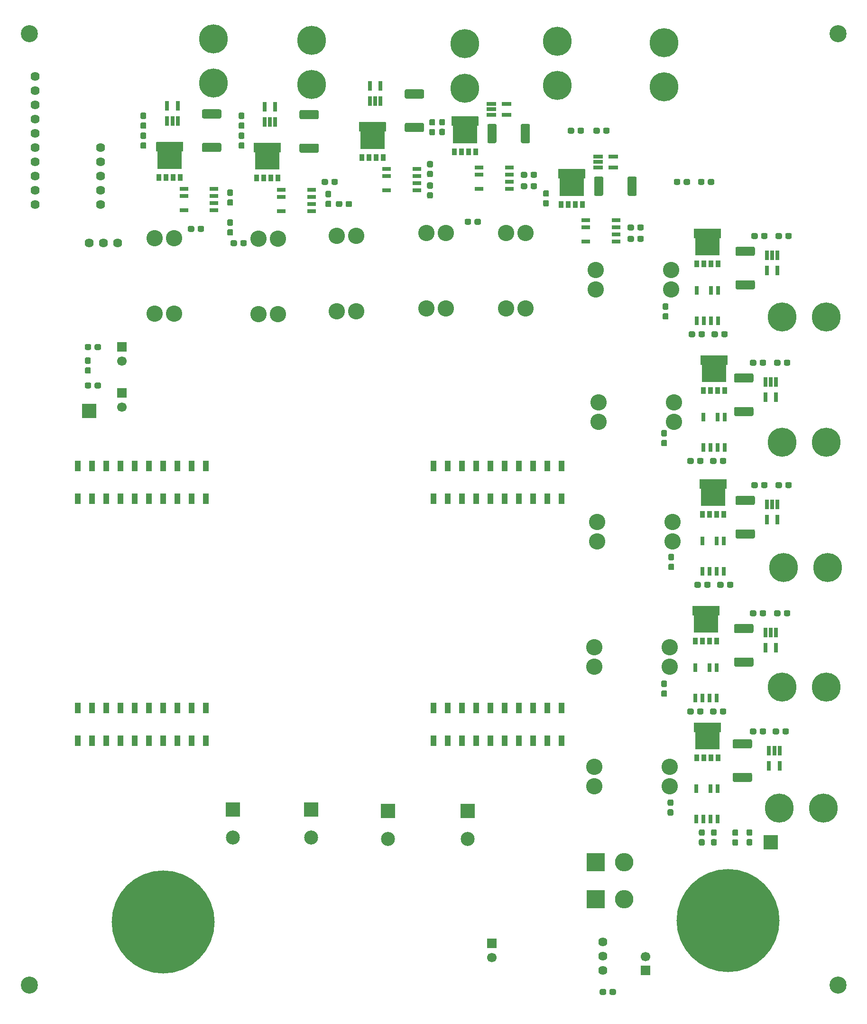
<source format=gbr>
%TF.GenerationSoftware,KiCad,Pcbnew,(5.1.6)-1*%
%TF.CreationDate,2020-12-14T15:31:43-06:00*%
%TF.ProjectId,PackVoltage_2021_Rev1,5061636b-566f-46c7-9461-67655f323032,rev?*%
%TF.SameCoordinates,Original*%
%TF.FileFunction,Soldermask,Top*%
%TF.FilePolarity,Negative*%
%FSLAX46Y46*%
G04 Gerber Fmt 4.6, Leading zero omitted, Abs format (unit mm)*
G04 Created by KiCad (PCBNEW (5.1.6)-1) date 2020-12-14 15:31:43*
%MOMM*%
%LPD*%
G01*
G04 APERTURE LIST*
%ADD10C,3.046400*%
%ADD11C,1.624000*%
%ADD12R,1.090600X1.878000*%
%ADD13R,0.750000X1.660000*%
%ADD14C,0.100000*%
%ADD15R,0.840000X1.290000*%
%ADD16R,1.650000X0.700000*%
%ADD17R,1.660000X0.750000*%
%ADD18O,3.300000X3.300000*%
%ADD19R,3.300000X3.300000*%
%ADD20R,0.700000X1.650000*%
%ADD21C,2.500000*%
%ADD22R,2.500000X2.500000*%
%ADD23C,1.700000*%
%ADD24R,1.700000X1.700000*%
%ADD25C,5.180000*%
%ADD26C,2.919400*%
%ADD27C,18.388000*%
%ADD28R,2.600000X2.600000*%
G04 APERTURE END LIST*
D10*
%TO.C,REF\u002A\u002A*%
X80208120Y-173791880D03*
%TD*%
%TO.C,REF\u002A\u002A*%
X224591880Y-173791880D03*
%TD*%
%TO.C,REF\u002A\u002A*%
X224591880Y-4008120D03*
%TD*%
%TO.C,REF\u002A\u002A*%
X80208120Y-4008120D03*
%TD*%
D11*
%TO.C,Conn6*%
X92964000Y-24384000D03*
X92964000Y-26924000D03*
X92964000Y-29464000D03*
X92964000Y-32004000D03*
X92964000Y-34544000D03*
%TD*%
%TO.C,Conn5*%
X81280000Y-11684000D03*
X81280000Y-14224000D03*
X81280000Y-16764000D03*
X81280000Y-19304000D03*
X81280000Y-21844000D03*
X81280000Y-24384000D03*
X81280000Y-26924000D03*
X81280000Y-29464000D03*
X81280000Y-32004000D03*
X81280000Y-34544000D03*
%TD*%
%TO.C,R8*%
G36*
G01*
X151883500Y-21015000D02*
X152408500Y-21015000D01*
G75*
G02*
X152671000Y-21277500I0J-262500D01*
G01*
X152671000Y-21902500D01*
G75*
G02*
X152408500Y-22165000I-262500J0D01*
G01*
X151883500Y-22165000D01*
G75*
G02*
X151621000Y-21902500I0J262500D01*
G01*
X151621000Y-21277500D01*
G75*
G02*
X151883500Y-21015000I262500J0D01*
G01*
G37*
G36*
G01*
X151883500Y-19265000D02*
X152408500Y-19265000D01*
G75*
G02*
X152671000Y-19527500I0J-262500D01*
G01*
X152671000Y-20152500D01*
G75*
G02*
X152408500Y-20415000I-262500J0D01*
G01*
X151883500Y-20415000D01*
G75*
G02*
X151621000Y-20152500I0J262500D01*
G01*
X151621000Y-19527500D01*
G75*
G02*
X151883500Y-19265000I262500J0D01*
G01*
G37*
%TD*%
%TO.C,R9*%
G36*
G01*
X100846500Y-22814000D02*
X100321500Y-22814000D01*
G75*
G02*
X100059000Y-22551500I0J262500D01*
G01*
X100059000Y-21926500D01*
G75*
G02*
X100321500Y-21664000I262500J0D01*
G01*
X100846500Y-21664000D01*
G75*
G02*
X101109000Y-21926500I0J-262500D01*
G01*
X101109000Y-22551500D01*
G75*
G02*
X100846500Y-22814000I-262500J0D01*
G01*
G37*
G36*
G01*
X100846500Y-24564000D02*
X100321500Y-24564000D01*
G75*
G02*
X100059000Y-24301500I0J262500D01*
G01*
X100059000Y-23676500D01*
G75*
G02*
X100321500Y-23414000I262500J0D01*
G01*
X100846500Y-23414000D01*
G75*
G02*
X101109000Y-23676500I0J-262500D01*
G01*
X101109000Y-24301500D01*
G75*
G02*
X100846500Y-24564000I-262500J0D01*
G01*
G37*
%TD*%
%TO.C,R7*%
G36*
G01*
X118372500Y-22814000D02*
X117847500Y-22814000D01*
G75*
G02*
X117585000Y-22551500I0J262500D01*
G01*
X117585000Y-21926500D01*
G75*
G02*
X117847500Y-21664000I262500J0D01*
G01*
X118372500Y-21664000D01*
G75*
G02*
X118635000Y-21926500I0J-262500D01*
G01*
X118635000Y-22551500D01*
G75*
G02*
X118372500Y-22814000I-262500J0D01*
G01*
G37*
G36*
G01*
X118372500Y-24564000D02*
X117847500Y-24564000D01*
G75*
G02*
X117585000Y-24301500I0J262500D01*
G01*
X117585000Y-23676500D01*
G75*
G02*
X117847500Y-23414000I262500J0D01*
G01*
X118372500Y-23414000D01*
G75*
G02*
X118635000Y-23676500I0J-262500D01*
G01*
X118635000Y-24301500D01*
G75*
G02*
X118372500Y-24564000I-262500J0D01*
G01*
G37*
%TD*%
%TO.C,R3*%
G36*
G01*
X116340500Y-32974000D02*
X115815500Y-32974000D01*
G75*
G02*
X115553000Y-32711500I0J262500D01*
G01*
X115553000Y-32086500D01*
G75*
G02*
X115815500Y-31824000I262500J0D01*
G01*
X116340500Y-31824000D01*
G75*
G02*
X116603000Y-32086500I0J-262500D01*
G01*
X116603000Y-32711500D01*
G75*
G02*
X116340500Y-32974000I-262500J0D01*
G01*
G37*
G36*
G01*
X116340500Y-34724000D02*
X115815500Y-34724000D01*
G75*
G02*
X115553000Y-34461500I0J262500D01*
G01*
X115553000Y-33836500D01*
G75*
G02*
X115815500Y-33574000I262500J0D01*
G01*
X116340500Y-33574000D01*
G75*
G02*
X116603000Y-33836500I0J-262500D01*
G01*
X116603000Y-34461500D01*
G75*
G02*
X116340500Y-34724000I-262500J0D01*
G01*
G37*
%TD*%
%TO.C,R1*%
G36*
G01*
X134158000Y-30742500D02*
X134158000Y-30217500D01*
G75*
G02*
X134420500Y-29955000I262500J0D01*
G01*
X135045500Y-29955000D01*
G75*
G02*
X135308000Y-30217500I0J-262500D01*
G01*
X135308000Y-30742500D01*
G75*
G02*
X135045500Y-31005000I-262500J0D01*
G01*
X134420500Y-31005000D01*
G75*
G02*
X134158000Y-30742500I0J262500D01*
G01*
G37*
G36*
G01*
X132408000Y-30742500D02*
X132408000Y-30217500D01*
G75*
G02*
X132670500Y-29955000I262500J0D01*
G01*
X133295500Y-29955000D01*
G75*
G02*
X133558000Y-30217500I0J-262500D01*
G01*
X133558000Y-30742500D01*
G75*
G02*
X133295500Y-31005000I-262500J0D01*
G01*
X132670500Y-31005000D01*
G75*
G02*
X132408000Y-30742500I0J262500D01*
G01*
G37*
%TD*%
%TO.C,D4*%
G36*
G01*
X153661500Y-21001000D02*
X154186500Y-21001000D01*
G75*
G02*
X154449000Y-21263500I0J-262500D01*
G01*
X154449000Y-21888500D01*
G75*
G02*
X154186500Y-22151000I-262500J0D01*
G01*
X153661500Y-22151000D01*
G75*
G02*
X153399000Y-21888500I0J262500D01*
G01*
X153399000Y-21263500D01*
G75*
G02*
X153661500Y-21001000I262500J0D01*
G01*
G37*
G36*
G01*
X153661500Y-19251000D02*
X154186500Y-19251000D01*
G75*
G02*
X154449000Y-19513500I0J-262500D01*
G01*
X154449000Y-20138500D01*
G75*
G02*
X154186500Y-20401000I-262500J0D01*
G01*
X153661500Y-20401000D01*
G75*
G02*
X153399000Y-20138500I0J262500D01*
G01*
X153399000Y-19513500D01*
G75*
G02*
X153661500Y-19251000I262500J0D01*
G01*
G37*
%TD*%
%TO.C,D5*%
G36*
G01*
X100321500Y-19858000D02*
X100846500Y-19858000D01*
G75*
G02*
X101109000Y-20120500I0J-262500D01*
G01*
X101109000Y-20745500D01*
G75*
G02*
X100846500Y-21008000I-262500J0D01*
G01*
X100321500Y-21008000D01*
G75*
G02*
X100059000Y-20745500I0J262500D01*
G01*
X100059000Y-20120500D01*
G75*
G02*
X100321500Y-19858000I262500J0D01*
G01*
G37*
G36*
G01*
X100321500Y-18108000D02*
X100846500Y-18108000D01*
G75*
G02*
X101109000Y-18370500I0J-262500D01*
G01*
X101109000Y-18995500D01*
G75*
G02*
X100846500Y-19258000I-262500J0D01*
G01*
X100321500Y-19258000D01*
G75*
G02*
X100059000Y-18995500I0J262500D01*
G01*
X100059000Y-18370500D01*
G75*
G02*
X100321500Y-18108000I262500J0D01*
G01*
G37*
%TD*%
%TO.C,D3*%
G36*
G01*
X117847500Y-19858000D02*
X118372500Y-19858000D01*
G75*
G02*
X118635000Y-20120500I0J-262500D01*
G01*
X118635000Y-20745500D01*
G75*
G02*
X118372500Y-21008000I-262500J0D01*
G01*
X117847500Y-21008000D01*
G75*
G02*
X117585000Y-20745500I0J262500D01*
G01*
X117585000Y-20120500D01*
G75*
G02*
X117847500Y-19858000I262500J0D01*
G01*
G37*
G36*
G01*
X117847500Y-18108000D02*
X118372500Y-18108000D01*
G75*
G02*
X118635000Y-18370500I0J-262500D01*
G01*
X118635000Y-18995500D01*
G75*
G02*
X118372500Y-19258000I-262500J0D01*
G01*
X117847500Y-19258000D01*
G75*
G02*
X117585000Y-18995500I0J262500D01*
G01*
X117585000Y-18370500D01*
G75*
G02*
X117847500Y-18108000I262500J0D01*
G01*
G37*
%TD*%
%TO.C,C7*%
G36*
G01*
X115815500Y-38908000D02*
X116340500Y-38908000D01*
G75*
G02*
X116603000Y-39170500I0J-262500D01*
G01*
X116603000Y-39795500D01*
G75*
G02*
X116340500Y-40058000I-262500J0D01*
G01*
X115815500Y-40058000D01*
G75*
G02*
X115553000Y-39795500I0J262500D01*
G01*
X115553000Y-39170500D01*
G75*
G02*
X115815500Y-38908000I262500J0D01*
G01*
G37*
G36*
G01*
X115815500Y-37158000D02*
X116340500Y-37158000D01*
G75*
G02*
X116603000Y-37420500I0J-262500D01*
G01*
X116603000Y-38045500D01*
G75*
G02*
X116340500Y-38308000I-262500J0D01*
G01*
X115815500Y-38308000D01*
G75*
G02*
X115553000Y-38045500I0J262500D01*
G01*
X115553000Y-37420500D01*
G75*
G02*
X115815500Y-37158000I262500J0D01*
G01*
G37*
%TD*%
%TO.C,C5*%
G36*
G01*
X133866500Y-33228000D02*
X133341500Y-33228000D01*
G75*
G02*
X133079000Y-32965500I0J262500D01*
G01*
X133079000Y-32340500D01*
G75*
G02*
X133341500Y-32078000I262500J0D01*
G01*
X133866500Y-32078000D01*
G75*
G02*
X134129000Y-32340500I0J-262500D01*
G01*
X134129000Y-32965500D01*
G75*
G02*
X133866500Y-33228000I-262500J0D01*
G01*
G37*
G36*
G01*
X133866500Y-34978000D02*
X133341500Y-34978000D01*
G75*
G02*
X133079000Y-34715500I0J262500D01*
G01*
X133079000Y-34090500D01*
G75*
G02*
X133341500Y-33828000I262500J0D01*
G01*
X133866500Y-33828000D01*
G75*
G02*
X134129000Y-34090500I0J-262500D01*
G01*
X134129000Y-34715500D01*
G75*
G02*
X133866500Y-34978000I-262500J0D01*
G01*
G37*
%TD*%
D12*
%TO.C,U24*%
X152400000Y-130200400D03*
X154940000Y-130200400D03*
X157480000Y-130200400D03*
X160020000Y-130200400D03*
X162560000Y-130200400D03*
X165100000Y-130200400D03*
X167640000Y-130200400D03*
X170180000Y-130200400D03*
X172720000Y-130200400D03*
X175260000Y-130200400D03*
X152400000Y-124307600D03*
X154940000Y-124307600D03*
X157480000Y-124307600D03*
X160020000Y-124307600D03*
X162560000Y-124307600D03*
X165100000Y-124307600D03*
X167640000Y-124307600D03*
X170180000Y-124307600D03*
X172720000Y-124307600D03*
X175260000Y-124307600D03*
X152400000Y-81127600D03*
X154940000Y-81127600D03*
X157480000Y-81127600D03*
X160020000Y-81127600D03*
X162560000Y-81127600D03*
X165100000Y-81127600D03*
X167640000Y-81127600D03*
X170180000Y-81127600D03*
X172720000Y-81127600D03*
X175260000Y-81127600D03*
X152400000Y-87020400D03*
X154940000Y-87020400D03*
X157480000Y-87020400D03*
X160020000Y-87020400D03*
X162560000Y-87020400D03*
X165100000Y-87020400D03*
X167640000Y-87020400D03*
X170180000Y-87020400D03*
X172720000Y-87020400D03*
X175260000Y-87020400D03*
X106680000Y-130200400D03*
X109220000Y-130200400D03*
X111760000Y-130200400D03*
X88900000Y-124307600D03*
X91440000Y-124307600D03*
X93980000Y-124307600D03*
X96520000Y-124307600D03*
X99060000Y-124307600D03*
X101600000Y-124307600D03*
X104140000Y-124307600D03*
X106680000Y-124307600D03*
X109220000Y-124307600D03*
X111760000Y-124307600D03*
X88900000Y-81127600D03*
X93980000Y-81127600D03*
X99060000Y-81127600D03*
X101600000Y-81127600D03*
X104140000Y-81127600D03*
X106680000Y-81127600D03*
X109220000Y-81127600D03*
X88900000Y-87020400D03*
X93980000Y-87020400D03*
X104140000Y-87020400D03*
X106680000Y-87020400D03*
X109220000Y-87020400D03*
X111760000Y-87020400D03*
X99060000Y-87020400D03*
X96520000Y-87020400D03*
X91440000Y-81127600D03*
X104140000Y-130200400D03*
X101600000Y-130200400D03*
X91440000Y-87020400D03*
X96520000Y-81127600D03*
X93980000Y-130200400D03*
X96520000Y-130200400D03*
X101600000Y-87020400D03*
X99060000Y-130200400D03*
X91440000Y-130200400D03*
X88900000Y-130200400D03*
X111760000Y-81127600D03*
%TD*%
D13*
%TO.C,U6*%
X104841000Y-19638000D03*
X105791000Y-19638000D03*
X106741000Y-19638000D03*
X106741000Y-16938000D03*
X104841000Y-16938000D03*
%TD*%
D14*
%TO.C,Q3*%
G36*
X102864345Y-23427344D02*
G01*
X102868328Y-23414212D01*
X102874797Y-23402110D01*
X102883503Y-23391503D01*
X102894110Y-23382797D01*
X102906212Y-23376328D01*
X102919344Y-23372345D01*
X102933000Y-23371000D01*
X107633000Y-23371000D01*
X107646656Y-23372345D01*
X107659788Y-23376328D01*
X107671890Y-23382797D01*
X107682497Y-23391503D01*
X107691203Y-23402110D01*
X107697672Y-23414212D01*
X107701655Y-23427344D01*
X107703000Y-23441000D01*
X107703000Y-24991000D01*
X107701655Y-25004656D01*
X107697672Y-25017788D01*
X107691203Y-25029890D01*
X107682497Y-25040497D01*
X107671890Y-25049203D01*
X107659788Y-25055672D01*
X107646656Y-25059655D01*
X107633000Y-25061000D01*
X107453000Y-25061000D01*
X107453000Y-28066000D01*
X107451655Y-28079656D01*
X107447672Y-28092788D01*
X107441203Y-28104890D01*
X107432497Y-28115497D01*
X107421890Y-28124203D01*
X107409788Y-28130672D01*
X107396656Y-28134655D01*
X107383000Y-28136000D01*
X103183000Y-28136000D01*
X103169344Y-28134655D01*
X103156212Y-28130672D01*
X103144110Y-28124203D01*
X103133503Y-28115497D01*
X103124797Y-28104890D01*
X103118328Y-28092788D01*
X103114345Y-28079656D01*
X103113000Y-28066000D01*
X103113000Y-25061000D01*
X102933000Y-25061000D01*
X102919344Y-25059655D01*
X102906212Y-25055672D01*
X102894110Y-25049203D01*
X102883503Y-25040497D01*
X102874797Y-25029890D01*
X102868328Y-25017788D01*
X102864345Y-25004656D01*
X102863000Y-24991000D01*
X102863000Y-23441000D01*
X102864345Y-23427344D01*
G37*
D15*
X107193000Y-29686000D03*
X105923000Y-29686000D03*
X103373000Y-29686000D03*
X104643000Y-29686000D03*
%TD*%
D16*
%TO.C,U3*%
X107823000Y-35560000D03*
X107823000Y-33020000D03*
X107823000Y-31750000D03*
X113223000Y-31750000D03*
X113223000Y-33020000D03*
X113223000Y-34290000D03*
X113223000Y-35560000D03*
%TD*%
%TO.C,C10*%
G36*
G01*
X108532000Y-39124500D02*
X108532000Y-38599500D01*
G75*
G02*
X108794500Y-38337000I262500J0D01*
G01*
X109419500Y-38337000D01*
G75*
G02*
X109682000Y-38599500I0J-262500D01*
G01*
X109682000Y-39124500D01*
G75*
G02*
X109419500Y-39387000I-262500J0D01*
G01*
X108794500Y-39387000D01*
G75*
G02*
X108532000Y-39124500I0J262500D01*
G01*
G37*
G36*
G01*
X110282000Y-39124500D02*
X110282000Y-38599500D01*
G75*
G02*
X110544500Y-38337000I262500J0D01*
G01*
X111169500Y-38337000D01*
G75*
G02*
X111432000Y-38599500I0J-262500D01*
G01*
X111432000Y-39124500D01*
G75*
G02*
X111169500Y-39387000I-262500J0D01*
G01*
X110544500Y-39387000D01*
G75*
G02*
X110282000Y-39124500I0J262500D01*
G01*
G37*
%TD*%
%TO.C,R6*%
G36*
G01*
X114234608Y-25136000D02*
X111317392Y-25136000D01*
G75*
G02*
X111051000Y-24869608I0J266392D01*
G01*
X111051000Y-23777392D01*
G75*
G02*
X111317392Y-23511000I266392J0D01*
G01*
X114234608Y-23511000D01*
G75*
G02*
X114501000Y-23777392I0J-266392D01*
G01*
X114501000Y-24869608D01*
G75*
G02*
X114234608Y-25136000I-266392J0D01*
G01*
G37*
G36*
G01*
X114234608Y-19161000D02*
X111317392Y-19161000D01*
G75*
G02*
X111051000Y-18894608I0J266392D01*
G01*
X111051000Y-17802392D01*
G75*
G02*
X111317392Y-17536000I266392J0D01*
G01*
X114234608Y-17536000D01*
G75*
G02*
X114501000Y-17802392I0J-266392D01*
G01*
X114501000Y-18894608D01*
G75*
G02*
X114234608Y-19161000I-266392J0D01*
G01*
G37*
%TD*%
%TO.C,R4*%
G36*
G01*
X131633608Y-19288000D02*
X128716392Y-19288000D01*
G75*
G02*
X128450000Y-19021608I0J266392D01*
G01*
X128450000Y-17929392D01*
G75*
G02*
X128716392Y-17663000I266392J0D01*
G01*
X131633608Y-17663000D01*
G75*
G02*
X131900000Y-17929392I0J-266392D01*
G01*
X131900000Y-19021608D01*
G75*
G02*
X131633608Y-19288000I-266392J0D01*
G01*
G37*
G36*
G01*
X131633608Y-25263000D02*
X128716392Y-25263000D01*
G75*
G02*
X128450000Y-24996608I0J266392D01*
G01*
X128450000Y-23904392D01*
G75*
G02*
X128716392Y-23638000I266392J0D01*
G01*
X131633608Y-23638000D01*
G75*
G02*
X131900000Y-23904392I0J-266392D01*
G01*
X131900000Y-24996608D01*
G75*
G02*
X131633608Y-25263000I-266392J0D01*
G01*
G37*
%TD*%
%TO.C,U1*%
X130622000Y-35687000D03*
X130622000Y-34417000D03*
X130622000Y-33147000D03*
X130622000Y-31877000D03*
X125222000Y-31877000D03*
X125222000Y-33147000D03*
X125222000Y-35687000D03*
%TD*%
%TO.C,C8*%
G36*
G01*
X117302000Y-41139500D02*
X117302000Y-41664500D01*
G75*
G02*
X117039500Y-41927000I-262500J0D01*
G01*
X116414500Y-41927000D01*
G75*
G02*
X116152000Y-41664500I0J262500D01*
G01*
X116152000Y-41139500D01*
G75*
G02*
X116414500Y-40877000I262500J0D01*
G01*
X117039500Y-40877000D01*
G75*
G02*
X117302000Y-41139500I0J-262500D01*
G01*
G37*
G36*
G01*
X119052000Y-41139500D02*
X119052000Y-41664500D01*
G75*
G02*
X118789500Y-41927000I-262500J0D01*
G01*
X118164500Y-41927000D01*
G75*
G02*
X117902000Y-41664500I0J262500D01*
G01*
X117902000Y-41139500D01*
G75*
G02*
X118164500Y-40877000I262500J0D01*
G01*
X118789500Y-40877000D01*
G75*
G02*
X119052000Y-41139500I0J-262500D01*
G01*
G37*
%TD*%
D13*
%TO.C,U4*%
X122240000Y-17065000D03*
X124140000Y-17065000D03*
X124140000Y-19765000D03*
X123190000Y-19765000D03*
X122240000Y-19765000D03*
%TD*%
D15*
%TO.C,Q1*%
X122042000Y-29813000D03*
X120772000Y-29813000D03*
X123322000Y-29813000D03*
X124592000Y-29813000D03*
D14*
G36*
X120263345Y-23554344D02*
G01*
X120267328Y-23541212D01*
X120273797Y-23529110D01*
X120282503Y-23518503D01*
X120293110Y-23509797D01*
X120305212Y-23503328D01*
X120318344Y-23499345D01*
X120332000Y-23498000D01*
X125032000Y-23498000D01*
X125045656Y-23499345D01*
X125058788Y-23503328D01*
X125070890Y-23509797D01*
X125081497Y-23518503D01*
X125090203Y-23529110D01*
X125096672Y-23541212D01*
X125100655Y-23554344D01*
X125102000Y-23568000D01*
X125102000Y-25118000D01*
X125100655Y-25131656D01*
X125096672Y-25144788D01*
X125090203Y-25156890D01*
X125081497Y-25167497D01*
X125070890Y-25176203D01*
X125058788Y-25182672D01*
X125045656Y-25186655D01*
X125032000Y-25188000D01*
X124852000Y-25188000D01*
X124852000Y-28193000D01*
X124850655Y-28206656D01*
X124846672Y-28219788D01*
X124840203Y-28231890D01*
X124831497Y-28242497D01*
X124820890Y-28251203D01*
X124808788Y-28257672D01*
X124795656Y-28261655D01*
X124782000Y-28263000D01*
X120582000Y-28263000D01*
X120568344Y-28261655D01*
X120555212Y-28257672D01*
X120543110Y-28251203D01*
X120532503Y-28242497D01*
X120523797Y-28231890D01*
X120517328Y-28219788D01*
X120513345Y-28206656D01*
X120512000Y-28193000D01*
X120512000Y-25188000D01*
X120332000Y-25188000D01*
X120318344Y-25186655D01*
X120305212Y-25182672D01*
X120293110Y-25176203D01*
X120282503Y-25167497D01*
X120273797Y-25156890D01*
X120267328Y-25144788D01*
X120263345Y-25131656D01*
X120262000Y-25118000D01*
X120262000Y-23568000D01*
X120263345Y-23554344D01*
G37*
%TD*%
D13*
%TO.C,U5*%
X141036000Y-16082000D03*
X141986000Y-16082000D03*
X142936000Y-16082000D03*
X142936000Y-13382000D03*
X141036000Y-13382000D03*
%TD*%
%TO.C,R2*%
G36*
G01*
X152027500Y-27894000D02*
X151502500Y-27894000D01*
G75*
G02*
X151240000Y-27631500I0J262500D01*
G01*
X151240000Y-27006500D01*
G75*
G02*
X151502500Y-26744000I262500J0D01*
G01*
X152027500Y-26744000D01*
G75*
G02*
X152290000Y-27006500I0J-262500D01*
G01*
X152290000Y-27631500D01*
G75*
G02*
X152027500Y-27894000I-262500J0D01*
G01*
G37*
G36*
G01*
X152027500Y-29644000D02*
X151502500Y-29644000D01*
G75*
G02*
X151240000Y-29381500I0J262500D01*
G01*
X151240000Y-28756500D01*
G75*
G02*
X151502500Y-28494000I262500J0D01*
G01*
X152027500Y-28494000D01*
G75*
G02*
X152290000Y-28756500I0J-262500D01*
G01*
X152290000Y-29381500D01*
G75*
G02*
X152027500Y-29644000I-262500J0D01*
G01*
G37*
%TD*%
D16*
%TO.C,U2*%
X144018000Y-32004000D03*
X144018000Y-29464000D03*
X144018000Y-28194000D03*
X149418000Y-28194000D03*
X149418000Y-29464000D03*
X149418000Y-30734000D03*
X149418000Y-32004000D03*
%TD*%
%TO.C,C9*%
G36*
G01*
X137848000Y-34154500D02*
X137848000Y-34679500D01*
G75*
G02*
X137585500Y-34942000I-262500J0D01*
G01*
X136960500Y-34942000D01*
G75*
G02*
X136698000Y-34679500I0J262500D01*
G01*
X136698000Y-34154500D01*
G75*
G02*
X136960500Y-33892000I262500J0D01*
G01*
X137585500Y-33892000D01*
G75*
G02*
X137848000Y-34154500I0J-262500D01*
G01*
G37*
G36*
G01*
X136098000Y-34154500D02*
X136098000Y-34679500D01*
G75*
G02*
X135835500Y-34942000I-262500J0D01*
G01*
X135210500Y-34942000D01*
G75*
G02*
X134948000Y-34679500I0J262500D01*
G01*
X134948000Y-34154500D01*
G75*
G02*
X135210500Y-33892000I262500J0D01*
G01*
X135835500Y-33892000D01*
G75*
G02*
X136098000Y-34154500I0J-262500D01*
G01*
G37*
%TD*%
%TO.C,C6*%
G36*
G01*
X151502500Y-32304000D02*
X152027500Y-32304000D01*
G75*
G02*
X152290000Y-32566500I0J-262500D01*
G01*
X152290000Y-33191500D01*
G75*
G02*
X152027500Y-33454000I-262500J0D01*
G01*
X151502500Y-33454000D01*
G75*
G02*
X151240000Y-33191500I0J262500D01*
G01*
X151240000Y-32566500D01*
G75*
G02*
X151502500Y-32304000I262500J0D01*
G01*
G37*
G36*
G01*
X151502500Y-30554000D02*
X152027500Y-30554000D01*
G75*
G02*
X152290000Y-30816500I0J-262500D01*
G01*
X152290000Y-31441500D01*
G75*
G02*
X152027500Y-31704000I-262500J0D01*
G01*
X151502500Y-31704000D01*
G75*
G02*
X151240000Y-31441500I0J262500D01*
G01*
X151240000Y-30816500D01*
G75*
G02*
X151502500Y-30554000I262500J0D01*
G01*
G37*
%TD*%
%TO.C,R5*%
G36*
G01*
X150429608Y-21580000D02*
X147512392Y-21580000D01*
G75*
G02*
X147246000Y-21313608I0J266392D01*
G01*
X147246000Y-20221392D01*
G75*
G02*
X147512392Y-19955000I266392J0D01*
G01*
X150429608Y-19955000D01*
G75*
G02*
X150696000Y-20221392I0J-266392D01*
G01*
X150696000Y-21313608D01*
G75*
G02*
X150429608Y-21580000I-266392J0D01*
G01*
G37*
G36*
G01*
X150429608Y-15605000D02*
X147512392Y-15605000D01*
G75*
G02*
X147246000Y-15338608I0J266392D01*
G01*
X147246000Y-14246392D01*
G75*
G02*
X147512392Y-13980000I266392J0D01*
G01*
X150429608Y-13980000D01*
G75*
G02*
X150696000Y-14246392I0J-266392D01*
G01*
X150696000Y-15338608D01*
G75*
G02*
X150429608Y-15605000I-266392J0D01*
G01*
G37*
%TD*%
D14*
%TO.C,Q2*%
G36*
X139059345Y-19871344D02*
G01*
X139063328Y-19858212D01*
X139069797Y-19846110D01*
X139078503Y-19835503D01*
X139089110Y-19826797D01*
X139101212Y-19820328D01*
X139114344Y-19816345D01*
X139128000Y-19815000D01*
X143828000Y-19815000D01*
X143841656Y-19816345D01*
X143854788Y-19820328D01*
X143866890Y-19826797D01*
X143877497Y-19835503D01*
X143886203Y-19846110D01*
X143892672Y-19858212D01*
X143896655Y-19871344D01*
X143898000Y-19885000D01*
X143898000Y-21435000D01*
X143896655Y-21448656D01*
X143892672Y-21461788D01*
X143886203Y-21473890D01*
X143877497Y-21484497D01*
X143866890Y-21493203D01*
X143854788Y-21499672D01*
X143841656Y-21503655D01*
X143828000Y-21505000D01*
X143648000Y-21505000D01*
X143648000Y-24510000D01*
X143646655Y-24523656D01*
X143642672Y-24536788D01*
X143636203Y-24548890D01*
X143627497Y-24559497D01*
X143616890Y-24568203D01*
X143604788Y-24574672D01*
X143591656Y-24578655D01*
X143578000Y-24580000D01*
X139378000Y-24580000D01*
X139364344Y-24578655D01*
X139351212Y-24574672D01*
X139339110Y-24568203D01*
X139328503Y-24559497D01*
X139319797Y-24548890D01*
X139313328Y-24536788D01*
X139309345Y-24523656D01*
X139308000Y-24510000D01*
X139308000Y-21505000D01*
X139128000Y-21505000D01*
X139114344Y-21503655D01*
X139101212Y-21499672D01*
X139089110Y-21493203D01*
X139078503Y-21484497D01*
X139069797Y-21473890D01*
X139063328Y-21461788D01*
X139059345Y-21448656D01*
X139058000Y-21435000D01*
X139058000Y-19885000D01*
X139059345Y-19871344D01*
G37*
D15*
X143388000Y-26130000D03*
X142118000Y-26130000D03*
X139568000Y-26130000D03*
X140838000Y-26130000D03*
%TD*%
%TO.C,Q4*%
X157348000Y-25114000D03*
X156078000Y-25114000D03*
X158628000Y-25114000D03*
X159898000Y-25114000D03*
D14*
G36*
X155569345Y-18855344D02*
G01*
X155573328Y-18842212D01*
X155579797Y-18830110D01*
X155588503Y-18819503D01*
X155599110Y-18810797D01*
X155611212Y-18804328D01*
X155624344Y-18800345D01*
X155638000Y-18799000D01*
X160338000Y-18799000D01*
X160351656Y-18800345D01*
X160364788Y-18804328D01*
X160376890Y-18810797D01*
X160387497Y-18819503D01*
X160396203Y-18830110D01*
X160402672Y-18842212D01*
X160406655Y-18855344D01*
X160408000Y-18869000D01*
X160408000Y-20419000D01*
X160406655Y-20432656D01*
X160402672Y-20445788D01*
X160396203Y-20457890D01*
X160387497Y-20468497D01*
X160376890Y-20477203D01*
X160364788Y-20483672D01*
X160351656Y-20487655D01*
X160338000Y-20489000D01*
X160158000Y-20489000D01*
X160158000Y-23494000D01*
X160156655Y-23507656D01*
X160152672Y-23520788D01*
X160146203Y-23532890D01*
X160137497Y-23543497D01*
X160126890Y-23552203D01*
X160114788Y-23558672D01*
X160101656Y-23562655D01*
X160088000Y-23564000D01*
X155888000Y-23564000D01*
X155874344Y-23562655D01*
X155861212Y-23558672D01*
X155849110Y-23552203D01*
X155838503Y-23543497D01*
X155829797Y-23532890D01*
X155823328Y-23520788D01*
X155819345Y-23507656D01*
X155818000Y-23494000D01*
X155818000Y-20489000D01*
X155638000Y-20489000D01*
X155624344Y-20487655D01*
X155611212Y-20483672D01*
X155599110Y-20477203D01*
X155588503Y-20468497D01*
X155579797Y-20457890D01*
X155573328Y-20445788D01*
X155569345Y-20432656D01*
X155568000Y-20419000D01*
X155568000Y-18869000D01*
X155569345Y-18855344D01*
G37*
%TD*%
%TO.C,D6*%
G36*
G01*
X183822000Y-21073500D02*
X183822000Y-21598500D01*
G75*
G02*
X183559500Y-21861000I-262500J0D01*
G01*
X182934500Y-21861000D01*
G75*
G02*
X182672000Y-21598500I0J262500D01*
G01*
X182672000Y-21073500D01*
G75*
G02*
X182934500Y-20811000I262500J0D01*
G01*
X183559500Y-20811000D01*
G75*
G02*
X183822000Y-21073500I0J-262500D01*
G01*
G37*
G36*
G01*
X182072000Y-21073500D02*
X182072000Y-21598500D01*
G75*
G02*
X181809500Y-21861000I-262500J0D01*
G01*
X181184500Y-21861000D01*
G75*
G02*
X180922000Y-21598500I0J262500D01*
G01*
X180922000Y-21073500D01*
G75*
G02*
X181184500Y-20811000I262500J0D01*
G01*
X181809500Y-20811000D01*
G75*
G02*
X182072000Y-21073500I0J-262500D01*
G01*
G37*
%TD*%
%TO.C,C11*%
G36*
G01*
X167968000Y-31504500D02*
X167968000Y-30979500D01*
G75*
G02*
X168230500Y-30717000I262500J0D01*
G01*
X168855500Y-30717000D01*
G75*
G02*
X169118000Y-30979500I0J-262500D01*
G01*
X169118000Y-31504500D01*
G75*
G02*
X168855500Y-31767000I-262500J0D01*
G01*
X168230500Y-31767000D01*
G75*
G02*
X167968000Y-31504500I0J262500D01*
G01*
G37*
G36*
G01*
X169718000Y-31504500D02*
X169718000Y-30979500D01*
G75*
G02*
X169980500Y-30717000I262500J0D01*
G01*
X170605500Y-30717000D01*
G75*
G02*
X170868000Y-30979500I0J-262500D01*
G01*
X170868000Y-31504500D01*
G75*
G02*
X170605500Y-31767000I-262500J0D01*
G01*
X169980500Y-31767000D01*
G75*
G02*
X169718000Y-31504500I0J262500D01*
G01*
G37*
%TD*%
%TO.C,C13*%
G36*
G01*
X159699000Y-37854500D02*
X159699000Y-37329500D01*
G75*
G02*
X159961500Y-37067000I262500J0D01*
G01*
X160586500Y-37067000D01*
G75*
G02*
X160849000Y-37329500I0J-262500D01*
G01*
X160849000Y-37854500D01*
G75*
G02*
X160586500Y-38117000I-262500J0D01*
G01*
X159961500Y-38117000D01*
G75*
G02*
X159699000Y-37854500I0J262500D01*
G01*
G37*
G36*
G01*
X157949000Y-37854500D02*
X157949000Y-37329500D01*
G75*
G02*
X158211500Y-37067000I262500J0D01*
G01*
X158836500Y-37067000D01*
G75*
G02*
X159099000Y-37329500I0J-262500D01*
G01*
X159099000Y-37854500D01*
G75*
G02*
X158836500Y-38117000I-262500J0D01*
G01*
X158211500Y-38117000D01*
G75*
G02*
X157949000Y-37854500I0J262500D01*
G01*
G37*
%TD*%
D17*
%TO.C,U9*%
X165434000Y-16576000D03*
X165434000Y-18476000D03*
X162734000Y-18476000D03*
X162734000Y-17526000D03*
X162734000Y-16576000D03*
%TD*%
D16*
%TO.C,U7*%
X165928000Y-31750000D03*
X165928000Y-30480000D03*
X165928000Y-29210000D03*
X165928000Y-27940000D03*
X160528000Y-27940000D03*
X160528000Y-29210000D03*
X160528000Y-31750000D03*
%TD*%
%TO.C,R14*%
G36*
G01*
X178100000Y-21598500D02*
X178100000Y-21073500D01*
G75*
G02*
X178362500Y-20811000I262500J0D01*
G01*
X178987500Y-20811000D01*
G75*
G02*
X179250000Y-21073500I0J-262500D01*
G01*
X179250000Y-21598500D01*
G75*
G02*
X178987500Y-21861000I-262500J0D01*
G01*
X178362500Y-21861000D01*
G75*
G02*
X178100000Y-21598500I0J262500D01*
G01*
G37*
G36*
G01*
X176350000Y-21598500D02*
X176350000Y-21073500D01*
G75*
G02*
X176612500Y-20811000I262500J0D01*
G01*
X177237500Y-20811000D01*
G75*
G02*
X177500000Y-21073500I0J-262500D01*
G01*
X177500000Y-21598500D01*
G75*
G02*
X177237500Y-21861000I-262500J0D01*
G01*
X176612500Y-21861000D01*
G75*
G02*
X176350000Y-21598500I0J262500D01*
G01*
G37*
%TD*%
%TO.C,R12*%
G36*
G01*
X167976500Y-23302608D02*
X167976500Y-20385392D01*
G75*
G02*
X168242892Y-20119000I266392J0D01*
G01*
X169335108Y-20119000D01*
G75*
G02*
X169601500Y-20385392I0J-266392D01*
G01*
X169601500Y-23302608D01*
G75*
G02*
X169335108Y-23569000I-266392J0D01*
G01*
X168242892Y-23569000D01*
G75*
G02*
X167976500Y-23302608I0J266392D01*
G01*
G37*
G36*
G01*
X162001500Y-23302608D02*
X162001500Y-20385392D01*
G75*
G02*
X162267892Y-20119000I266392J0D01*
G01*
X163360108Y-20119000D01*
G75*
G02*
X163626500Y-20385392I0J-266392D01*
G01*
X163626500Y-23302608D01*
G75*
G02*
X163360108Y-23569000I-266392J0D01*
G01*
X162267892Y-23569000D01*
G75*
G02*
X162001500Y-23302608I0J266392D01*
G01*
G37*
%TD*%
%TO.C,R10*%
G36*
G01*
X167968000Y-29472500D02*
X167968000Y-28947500D01*
G75*
G02*
X168230500Y-28685000I262500J0D01*
G01*
X168855500Y-28685000D01*
G75*
G02*
X169118000Y-28947500I0J-262500D01*
G01*
X169118000Y-29472500D01*
G75*
G02*
X168855500Y-29735000I-262500J0D01*
G01*
X168230500Y-29735000D01*
G75*
G02*
X167968000Y-29472500I0J262500D01*
G01*
G37*
G36*
G01*
X169718000Y-29472500D02*
X169718000Y-28947500D01*
G75*
G02*
X169980500Y-28685000I262500J0D01*
G01*
X170605500Y-28685000D01*
G75*
G02*
X170868000Y-28947500I0J-262500D01*
G01*
X170868000Y-29472500D01*
G75*
G02*
X170605500Y-29735000I-262500J0D01*
G01*
X169980500Y-29735000D01*
G75*
G02*
X169718000Y-29472500I0J262500D01*
G01*
G37*
%TD*%
D18*
%TO.C,D2*%
X186436000Y-151892000D03*
D19*
X181356000Y-151892000D03*
%TD*%
D18*
%TO.C,D1*%
X186436000Y-158496000D03*
D19*
X181356000Y-158496000D03*
%TD*%
D15*
%TO.C,Q5*%
X200655000Y-45126000D03*
X199385000Y-45126000D03*
X201935000Y-45126000D03*
X203205000Y-45126000D03*
D14*
G36*
X198876345Y-38867344D02*
G01*
X198880328Y-38854212D01*
X198886797Y-38842110D01*
X198895503Y-38831503D01*
X198906110Y-38822797D01*
X198918212Y-38816328D01*
X198931344Y-38812345D01*
X198945000Y-38811000D01*
X203645000Y-38811000D01*
X203658656Y-38812345D01*
X203671788Y-38816328D01*
X203683890Y-38822797D01*
X203694497Y-38831503D01*
X203703203Y-38842110D01*
X203709672Y-38854212D01*
X203713655Y-38867344D01*
X203715000Y-38881000D01*
X203715000Y-40431000D01*
X203713655Y-40444656D01*
X203709672Y-40457788D01*
X203703203Y-40469890D01*
X203694497Y-40480497D01*
X203683890Y-40489203D01*
X203671788Y-40495672D01*
X203658656Y-40499655D01*
X203645000Y-40501000D01*
X203465000Y-40501000D01*
X203465000Y-43506000D01*
X203463655Y-43519656D01*
X203459672Y-43532788D01*
X203453203Y-43544890D01*
X203444497Y-43555497D01*
X203433890Y-43564203D01*
X203421788Y-43570672D01*
X203408656Y-43574655D01*
X203395000Y-43576000D01*
X199195000Y-43576000D01*
X199181344Y-43574655D01*
X199168212Y-43570672D01*
X199156110Y-43564203D01*
X199145503Y-43555497D01*
X199136797Y-43544890D01*
X199130328Y-43532788D01*
X199126345Y-43519656D01*
X199125000Y-43506000D01*
X199125000Y-40501000D01*
X198945000Y-40501000D01*
X198931344Y-40499655D01*
X198918212Y-40495672D01*
X198906110Y-40489203D01*
X198895503Y-40480497D01*
X198886797Y-40469890D01*
X198880328Y-40457788D01*
X198876345Y-40444656D01*
X198875000Y-40431000D01*
X198875000Y-38881000D01*
X198876345Y-38867344D01*
G37*
%TD*%
%TO.C,D7*%
G36*
G01*
X214584000Y-39869500D02*
X214584000Y-40394500D01*
G75*
G02*
X214321500Y-40657000I-262500J0D01*
G01*
X213696500Y-40657000D01*
G75*
G02*
X213434000Y-40394500I0J262500D01*
G01*
X213434000Y-39869500D01*
G75*
G02*
X213696500Y-39607000I262500J0D01*
G01*
X214321500Y-39607000D01*
G75*
G02*
X214584000Y-39869500I0J-262500D01*
G01*
G37*
G36*
G01*
X216334000Y-39869500D02*
X216334000Y-40394500D01*
G75*
G02*
X216071500Y-40657000I-262500J0D01*
G01*
X215446500Y-40657000D01*
G75*
G02*
X215184000Y-40394500I0J262500D01*
G01*
X215184000Y-39869500D01*
G75*
G02*
X215446500Y-39607000I262500J0D01*
G01*
X216071500Y-39607000D01*
G75*
G02*
X216334000Y-39869500I0J-262500D01*
G01*
G37*
%TD*%
%TO.C,C12*%
G36*
G01*
X200840000Y-57395500D02*
X200840000Y-57920500D01*
G75*
G02*
X200577500Y-58183000I-262500J0D01*
G01*
X199952500Y-58183000D01*
G75*
G02*
X199690000Y-57920500I0J262500D01*
G01*
X199690000Y-57395500D01*
G75*
G02*
X199952500Y-57133000I262500J0D01*
G01*
X200577500Y-57133000D01*
G75*
G02*
X200840000Y-57395500I0J-262500D01*
G01*
G37*
G36*
G01*
X199090000Y-57395500D02*
X199090000Y-57920500D01*
G75*
G02*
X198827500Y-58183000I-262500J0D01*
G01*
X198202500Y-58183000D01*
G75*
G02*
X197940000Y-57920500I0J262500D01*
G01*
X197940000Y-57395500D01*
G75*
G02*
X198202500Y-57133000I262500J0D01*
G01*
X198827500Y-57133000D01*
G75*
G02*
X199090000Y-57395500I0J-262500D01*
G01*
G37*
%TD*%
%TO.C,C14*%
G36*
G01*
X193539500Y-53894000D02*
X194064500Y-53894000D01*
G75*
G02*
X194327000Y-54156500I0J-262500D01*
G01*
X194327000Y-54781500D01*
G75*
G02*
X194064500Y-55044000I-262500J0D01*
G01*
X193539500Y-55044000D01*
G75*
G02*
X193277000Y-54781500I0J262500D01*
G01*
X193277000Y-54156500D01*
G75*
G02*
X193539500Y-53894000I262500J0D01*
G01*
G37*
G36*
G01*
X193539500Y-52144000D02*
X194064500Y-52144000D01*
G75*
G02*
X194327000Y-52406500I0J-262500D01*
G01*
X194327000Y-53031500D01*
G75*
G02*
X194064500Y-53294000I-262500J0D01*
G01*
X193539500Y-53294000D01*
G75*
G02*
X193277000Y-53031500I0J262500D01*
G01*
X193277000Y-52406500D01*
G75*
G02*
X193539500Y-52144000I262500J0D01*
G01*
G37*
%TD*%
D20*
%TO.C,U8*%
X199390000Y-49878000D03*
X201930000Y-49878000D03*
X203200000Y-49878000D03*
X203200000Y-55278000D03*
X201930000Y-55278000D03*
X200660000Y-55278000D03*
X199390000Y-55278000D03*
%TD*%
D13*
%TO.C,U10*%
X213802000Y-43608000D03*
X212852000Y-43608000D03*
X211902000Y-43608000D03*
X211902000Y-46308000D03*
X213802000Y-46308000D03*
%TD*%
%TO.C,R15*%
G36*
G01*
X209116000Y-40394500D02*
X209116000Y-39869500D01*
G75*
G02*
X209378500Y-39607000I262500J0D01*
G01*
X210003500Y-39607000D01*
G75*
G02*
X210266000Y-39869500I0J-262500D01*
G01*
X210266000Y-40394500D01*
G75*
G02*
X210003500Y-40657000I-262500J0D01*
G01*
X209378500Y-40657000D01*
G75*
G02*
X209116000Y-40394500I0J262500D01*
G01*
G37*
G36*
G01*
X210866000Y-40394500D02*
X210866000Y-39869500D01*
G75*
G02*
X211128500Y-39607000I262500J0D01*
G01*
X211753500Y-39607000D01*
G75*
G02*
X212016000Y-39869500I0J-262500D01*
G01*
X212016000Y-40394500D01*
G75*
G02*
X211753500Y-40657000I-262500J0D01*
G01*
X211128500Y-40657000D01*
G75*
G02*
X210866000Y-40394500I0J262500D01*
G01*
G37*
%TD*%
%TO.C,R11*%
G36*
G01*
X202004000Y-57920500D02*
X202004000Y-57395500D01*
G75*
G02*
X202266500Y-57133000I262500J0D01*
G01*
X202891500Y-57133000D01*
G75*
G02*
X203154000Y-57395500I0J-262500D01*
G01*
X203154000Y-57920500D01*
G75*
G02*
X202891500Y-58183000I-262500J0D01*
G01*
X202266500Y-58183000D01*
G75*
G02*
X202004000Y-57920500I0J262500D01*
G01*
G37*
G36*
G01*
X203754000Y-57920500D02*
X203754000Y-57395500D01*
G75*
G02*
X204016500Y-57133000I262500J0D01*
G01*
X204641500Y-57133000D01*
G75*
G02*
X204904000Y-57395500I0J-262500D01*
G01*
X204904000Y-57920500D01*
G75*
G02*
X204641500Y-58183000I-262500J0D01*
G01*
X204016500Y-58183000D01*
G75*
G02*
X203754000Y-57920500I0J262500D01*
G01*
G37*
%TD*%
%TO.C,R13*%
G36*
G01*
X206567392Y-48022000D02*
X209484608Y-48022000D01*
G75*
G02*
X209751000Y-48288392I0J-266392D01*
G01*
X209751000Y-49380608D01*
G75*
G02*
X209484608Y-49647000I-266392J0D01*
G01*
X206567392Y-49647000D01*
G75*
G02*
X206301000Y-49380608I0J266392D01*
G01*
X206301000Y-48288392D01*
G75*
G02*
X206567392Y-48022000I266392J0D01*
G01*
G37*
G36*
G01*
X206567392Y-42047000D02*
X209484608Y-42047000D01*
G75*
G02*
X209751000Y-42313392I0J-266392D01*
G01*
X209751000Y-43405608D01*
G75*
G02*
X209484608Y-43672000I-266392J0D01*
G01*
X206567392Y-43672000D01*
G75*
G02*
X206301000Y-43405608I0J266392D01*
G01*
X206301000Y-42313392D01*
G75*
G02*
X206567392Y-42047000I266392J0D01*
G01*
G37*
%TD*%
D15*
%TO.C,Q7*%
X201798000Y-67732000D03*
X200528000Y-67732000D03*
X203078000Y-67732000D03*
X204348000Y-67732000D03*
D14*
G36*
X200019345Y-61473344D02*
G01*
X200023328Y-61460212D01*
X200029797Y-61448110D01*
X200038503Y-61437503D01*
X200049110Y-61428797D01*
X200061212Y-61422328D01*
X200074344Y-61418345D01*
X200088000Y-61417000D01*
X204788000Y-61417000D01*
X204801656Y-61418345D01*
X204814788Y-61422328D01*
X204826890Y-61428797D01*
X204837497Y-61437503D01*
X204846203Y-61448110D01*
X204852672Y-61460212D01*
X204856655Y-61473344D01*
X204858000Y-61487000D01*
X204858000Y-63037000D01*
X204856655Y-63050656D01*
X204852672Y-63063788D01*
X204846203Y-63075890D01*
X204837497Y-63086497D01*
X204826890Y-63095203D01*
X204814788Y-63101672D01*
X204801656Y-63105655D01*
X204788000Y-63107000D01*
X204608000Y-63107000D01*
X204608000Y-66112000D01*
X204606655Y-66125656D01*
X204602672Y-66138788D01*
X204596203Y-66150890D01*
X204587497Y-66161497D01*
X204576890Y-66170203D01*
X204564788Y-66176672D01*
X204551656Y-66180655D01*
X204538000Y-66182000D01*
X200338000Y-66182000D01*
X200324344Y-66180655D01*
X200311212Y-66176672D01*
X200299110Y-66170203D01*
X200288503Y-66161497D01*
X200279797Y-66150890D01*
X200273328Y-66138788D01*
X200269345Y-66125656D01*
X200268000Y-66112000D01*
X200268000Y-63107000D01*
X200088000Y-63107000D01*
X200074344Y-63105655D01*
X200061212Y-63101672D01*
X200049110Y-63095203D01*
X200038503Y-63086497D01*
X200029797Y-63075890D01*
X200023328Y-63063788D01*
X200019345Y-63050656D01*
X200018000Y-63037000D01*
X200018000Y-61487000D01*
X200019345Y-61473344D01*
G37*
%TD*%
%TO.C,D15*%
G36*
G01*
X214330000Y-62475500D02*
X214330000Y-63000500D01*
G75*
G02*
X214067500Y-63263000I-262500J0D01*
G01*
X213442500Y-63263000D01*
G75*
G02*
X213180000Y-63000500I0J262500D01*
G01*
X213180000Y-62475500D01*
G75*
G02*
X213442500Y-62213000I262500J0D01*
G01*
X214067500Y-62213000D01*
G75*
G02*
X214330000Y-62475500I0J-262500D01*
G01*
G37*
G36*
G01*
X216080000Y-62475500D02*
X216080000Y-63000500D01*
G75*
G02*
X215817500Y-63263000I-262500J0D01*
G01*
X215192500Y-63263000D01*
G75*
G02*
X214930000Y-63000500I0J262500D01*
G01*
X214930000Y-62475500D01*
G75*
G02*
X215192500Y-62213000I262500J0D01*
G01*
X215817500Y-62213000D01*
G75*
G02*
X216080000Y-62475500I0J-262500D01*
G01*
G37*
%TD*%
%TO.C,C22*%
G36*
G01*
X200586000Y-80001500D02*
X200586000Y-80526500D01*
G75*
G02*
X200323500Y-80789000I-262500J0D01*
G01*
X199698500Y-80789000D01*
G75*
G02*
X199436000Y-80526500I0J262500D01*
G01*
X199436000Y-80001500D01*
G75*
G02*
X199698500Y-79739000I262500J0D01*
G01*
X200323500Y-79739000D01*
G75*
G02*
X200586000Y-80001500I0J-262500D01*
G01*
G37*
G36*
G01*
X198836000Y-80001500D02*
X198836000Y-80526500D01*
G75*
G02*
X198573500Y-80789000I-262500J0D01*
G01*
X197948500Y-80789000D01*
G75*
G02*
X197686000Y-80526500I0J262500D01*
G01*
X197686000Y-80001500D01*
G75*
G02*
X197948500Y-79739000I262500J0D01*
G01*
X198573500Y-79739000D01*
G75*
G02*
X198836000Y-80001500I0J-262500D01*
G01*
G37*
%TD*%
%TO.C,C25*%
G36*
G01*
X193285500Y-76500000D02*
X193810500Y-76500000D01*
G75*
G02*
X194073000Y-76762500I0J-262500D01*
G01*
X194073000Y-77387500D01*
G75*
G02*
X193810500Y-77650000I-262500J0D01*
G01*
X193285500Y-77650000D01*
G75*
G02*
X193023000Y-77387500I0J262500D01*
G01*
X193023000Y-76762500D01*
G75*
G02*
X193285500Y-76500000I262500J0D01*
G01*
G37*
G36*
G01*
X193285500Y-74750000D02*
X193810500Y-74750000D01*
G75*
G02*
X194073000Y-75012500I0J-262500D01*
G01*
X194073000Y-75637500D01*
G75*
G02*
X193810500Y-75900000I-262500J0D01*
G01*
X193285500Y-75900000D01*
G75*
G02*
X193023000Y-75637500I0J262500D01*
G01*
X193023000Y-75012500D01*
G75*
G02*
X193285500Y-74750000I262500J0D01*
G01*
G37*
%TD*%
D20*
%TO.C,U15*%
X200533000Y-72484000D03*
X203073000Y-72484000D03*
X204343000Y-72484000D03*
X204343000Y-77884000D03*
X203073000Y-77884000D03*
X201803000Y-77884000D03*
X200533000Y-77884000D03*
%TD*%
D13*
%TO.C,U18*%
X213548000Y-66214000D03*
X212598000Y-66214000D03*
X211648000Y-66214000D03*
X211648000Y-68914000D03*
X213548000Y-68914000D03*
%TD*%
%TO.C,R26*%
G36*
G01*
X208862000Y-63000500D02*
X208862000Y-62475500D01*
G75*
G02*
X209124500Y-62213000I262500J0D01*
G01*
X209749500Y-62213000D01*
G75*
G02*
X210012000Y-62475500I0J-262500D01*
G01*
X210012000Y-63000500D01*
G75*
G02*
X209749500Y-63263000I-262500J0D01*
G01*
X209124500Y-63263000D01*
G75*
G02*
X208862000Y-63000500I0J262500D01*
G01*
G37*
G36*
G01*
X210612000Y-63000500D02*
X210612000Y-62475500D01*
G75*
G02*
X210874500Y-62213000I262500J0D01*
G01*
X211499500Y-62213000D01*
G75*
G02*
X211762000Y-62475500I0J-262500D01*
G01*
X211762000Y-63000500D01*
G75*
G02*
X211499500Y-63263000I-262500J0D01*
G01*
X210874500Y-63263000D01*
G75*
G02*
X210612000Y-63000500I0J262500D01*
G01*
G37*
%TD*%
%TO.C,R20*%
G36*
G01*
X201750000Y-80526500D02*
X201750000Y-80001500D01*
G75*
G02*
X202012500Y-79739000I262500J0D01*
G01*
X202637500Y-79739000D01*
G75*
G02*
X202900000Y-80001500I0J-262500D01*
G01*
X202900000Y-80526500D01*
G75*
G02*
X202637500Y-80789000I-262500J0D01*
G01*
X202012500Y-80789000D01*
G75*
G02*
X201750000Y-80526500I0J262500D01*
G01*
G37*
G36*
G01*
X203500000Y-80526500D02*
X203500000Y-80001500D01*
G75*
G02*
X203762500Y-79739000I262500J0D01*
G01*
X204387500Y-79739000D01*
G75*
G02*
X204650000Y-80001500I0J-262500D01*
G01*
X204650000Y-80526500D01*
G75*
G02*
X204387500Y-80789000I-262500J0D01*
G01*
X203762500Y-80789000D01*
G75*
G02*
X203500000Y-80526500I0J262500D01*
G01*
G37*
%TD*%
%TO.C,R23*%
G36*
G01*
X206313392Y-70628000D02*
X209230608Y-70628000D01*
G75*
G02*
X209497000Y-70894392I0J-266392D01*
G01*
X209497000Y-71986608D01*
G75*
G02*
X209230608Y-72253000I-266392J0D01*
G01*
X206313392Y-72253000D01*
G75*
G02*
X206047000Y-71986608I0J266392D01*
G01*
X206047000Y-70894392D01*
G75*
G02*
X206313392Y-70628000I266392J0D01*
G01*
G37*
G36*
G01*
X206313392Y-64653000D02*
X209230608Y-64653000D01*
G75*
G02*
X209497000Y-64919392I0J-266392D01*
G01*
X209497000Y-66011608D01*
G75*
G02*
X209230608Y-66278000I-266392J0D01*
G01*
X206313392Y-66278000D01*
G75*
G02*
X206047000Y-66011608I0J266392D01*
G01*
X206047000Y-64919392D01*
G75*
G02*
X206313392Y-64653000I266392J0D01*
G01*
G37*
%TD*%
D15*
%TO.C,Q10*%
X201671000Y-89830000D03*
X200401000Y-89830000D03*
X202951000Y-89830000D03*
X204221000Y-89830000D03*
D14*
G36*
X199892345Y-83571344D02*
G01*
X199896328Y-83558212D01*
X199902797Y-83546110D01*
X199911503Y-83535503D01*
X199922110Y-83526797D01*
X199934212Y-83520328D01*
X199947344Y-83516345D01*
X199961000Y-83515000D01*
X204661000Y-83515000D01*
X204674656Y-83516345D01*
X204687788Y-83520328D01*
X204699890Y-83526797D01*
X204710497Y-83535503D01*
X204719203Y-83546110D01*
X204725672Y-83558212D01*
X204729655Y-83571344D01*
X204731000Y-83585000D01*
X204731000Y-85135000D01*
X204729655Y-85148656D01*
X204725672Y-85161788D01*
X204719203Y-85173890D01*
X204710497Y-85184497D01*
X204699890Y-85193203D01*
X204687788Y-85199672D01*
X204674656Y-85203655D01*
X204661000Y-85205000D01*
X204481000Y-85205000D01*
X204481000Y-88210000D01*
X204479655Y-88223656D01*
X204475672Y-88236788D01*
X204469203Y-88248890D01*
X204460497Y-88259497D01*
X204449890Y-88268203D01*
X204437788Y-88274672D01*
X204424656Y-88278655D01*
X204411000Y-88280000D01*
X200211000Y-88280000D01*
X200197344Y-88278655D01*
X200184212Y-88274672D01*
X200172110Y-88268203D01*
X200161503Y-88259497D01*
X200152797Y-88248890D01*
X200146328Y-88236788D01*
X200142345Y-88223656D01*
X200141000Y-88210000D01*
X200141000Y-85205000D01*
X199961000Y-85205000D01*
X199947344Y-85203655D01*
X199934212Y-85199672D01*
X199922110Y-85193203D01*
X199911503Y-85184497D01*
X199902797Y-85173890D01*
X199896328Y-85161788D01*
X199892345Y-85148656D01*
X199891000Y-85135000D01*
X199891000Y-83585000D01*
X199892345Y-83571344D01*
G37*
%TD*%
%TO.C,D18*%
G36*
G01*
X214584000Y-84319500D02*
X214584000Y-84844500D01*
G75*
G02*
X214321500Y-85107000I-262500J0D01*
G01*
X213696500Y-85107000D01*
G75*
G02*
X213434000Y-84844500I0J262500D01*
G01*
X213434000Y-84319500D01*
G75*
G02*
X213696500Y-84057000I262500J0D01*
G01*
X214321500Y-84057000D01*
G75*
G02*
X214584000Y-84319500I0J-262500D01*
G01*
G37*
G36*
G01*
X216334000Y-84319500D02*
X216334000Y-84844500D01*
G75*
G02*
X216071500Y-85107000I-262500J0D01*
G01*
X215446500Y-85107000D01*
G75*
G02*
X215184000Y-84844500I0J262500D01*
G01*
X215184000Y-84319500D01*
G75*
G02*
X215446500Y-84057000I262500J0D01*
G01*
X216071500Y-84057000D01*
G75*
G02*
X216334000Y-84319500I0J-262500D01*
G01*
G37*
%TD*%
%TO.C,C28*%
G36*
G01*
X201856000Y-102099500D02*
X201856000Y-102624500D01*
G75*
G02*
X201593500Y-102887000I-262500J0D01*
G01*
X200968500Y-102887000D01*
G75*
G02*
X200706000Y-102624500I0J262500D01*
G01*
X200706000Y-102099500D01*
G75*
G02*
X200968500Y-101837000I262500J0D01*
G01*
X201593500Y-101837000D01*
G75*
G02*
X201856000Y-102099500I0J-262500D01*
G01*
G37*
G36*
G01*
X200106000Y-102099500D02*
X200106000Y-102624500D01*
G75*
G02*
X199843500Y-102887000I-262500J0D01*
G01*
X199218500Y-102887000D01*
G75*
G02*
X198956000Y-102624500I0J262500D01*
G01*
X198956000Y-102099500D01*
G75*
G02*
X199218500Y-101837000I262500J0D01*
G01*
X199843500Y-101837000D01*
G75*
G02*
X200106000Y-102099500I0J-262500D01*
G01*
G37*
%TD*%
%TO.C,C30*%
G36*
G01*
X194555500Y-98598000D02*
X195080500Y-98598000D01*
G75*
G02*
X195343000Y-98860500I0J-262500D01*
G01*
X195343000Y-99485500D01*
G75*
G02*
X195080500Y-99748000I-262500J0D01*
G01*
X194555500Y-99748000D01*
G75*
G02*
X194293000Y-99485500I0J262500D01*
G01*
X194293000Y-98860500D01*
G75*
G02*
X194555500Y-98598000I262500J0D01*
G01*
G37*
G36*
G01*
X194555500Y-96848000D02*
X195080500Y-96848000D01*
G75*
G02*
X195343000Y-97110500I0J-262500D01*
G01*
X195343000Y-97735500D01*
G75*
G02*
X195080500Y-97998000I-262500J0D01*
G01*
X194555500Y-97998000D01*
G75*
G02*
X194293000Y-97735500I0J262500D01*
G01*
X194293000Y-97110500D01*
G75*
G02*
X194555500Y-96848000I262500J0D01*
G01*
G37*
%TD*%
D20*
%TO.C,U21*%
X200406000Y-94582000D03*
X202946000Y-94582000D03*
X204216000Y-94582000D03*
X204216000Y-99982000D03*
X202946000Y-99982000D03*
X201676000Y-99982000D03*
X200406000Y-99982000D03*
%TD*%
D13*
%TO.C,U23*%
X213802000Y-88058000D03*
X212852000Y-88058000D03*
X211902000Y-88058000D03*
X211902000Y-90758000D03*
X213802000Y-90758000D03*
%TD*%
%TO.C,R33*%
G36*
G01*
X209116000Y-84844500D02*
X209116000Y-84319500D01*
G75*
G02*
X209378500Y-84057000I262500J0D01*
G01*
X210003500Y-84057000D01*
G75*
G02*
X210266000Y-84319500I0J-262500D01*
G01*
X210266000Y-84844500D01*
G75*
G02*
X210003500Y-85107000I-262500J0D01*
G01*
X209378500Y-85107000D01*
G75*
G02*
X209116000Y-84844500I0J262500D01*
G01*
G37*
G36*
G01*
X210866000Y-84844500D02*
X210866000Y-84319500D01*
G75*
G02*
X211128500Y-84057000I262500J0D01*
G01*
X211753500Y-84057000D01*
G75*
G02*
X212016000Y-84319500I0J-262500D01*
G01*
X212016000Y-84844500D01*
G75*
G02*
X211753500Y-85107000I-262500J0D01*
G01*
X211128500Y-85107000D01*
G75*
G02*
X210866000Y-84844500I0J262500D01*
G01*
G37*
%TD*%
%TO.C,R29*%
G36*
G01*
X203020000Y-102624500D02*
X203020000Y-102099500D01*
G75*
G02*
X203282500Y-101837000I262500J0D01*
G01*
X203907500Y-101837000D01*
G75*
G02*
X204170000Y-102099500I0J-262500D01*
G01*
X204170000Y-102624500D01*
G75*
G02*
X203907500Y-102887000I-262500J0D01*
G01*
X203282500Y-102887000D01*
G75*
G02*
X203020000Y-102624500I0J262500D01*
G01*
G37*
G36*
G01*
X204770000Y-102624500D02*
X204770000Y-102099500D01*
G75*
G02*
X205032500Y-101837000I262500J0D01*
G01*
X205657500Y-101837000D01*
G75*
G02*
X205920000Y-102099500I0J-262500D01*
G01*
X205920000Y-102624500D01*
G75*
G02*
X205657500Y-102887000I-262500J0D01*
G01*
X205032500Y-102887000D01*
G75*
G02*
X204770000Y-102624500I0J262500D01*
G01*
G37*
%TD*%
%TO.C,R31*%
G36*
G01*
X206567392Y-92472000D02*
X209484608Y-92472000D01*
G75*
G02*
X209751000Y-92738392I0J-266392D01*
G01*
X209751000Y-93830608D01*
G75*
G02*
X209484608Y-94097000I-266392J0D01*
G01*
X206567392Y-94097000D01*
G75*
G02*
X206301000Y-93830608I0J266392D01*
G01*
X206301000Y-92738392D01*
G75*
G02*
X206567392Y-92472000I266392J0D01*
G01*
G37*
G36*
G01*
X206567392Y-86497000D02*
X209484608Y-86497000D01*
G75*
G02*
X209751000Y-86763392I0J-266392D01*
G01*
X209751000Y-87855608D01*
G75*
G02*
X209484608Y-88122000I-266392J0D01*
G01*
X206567392Y-88122000D01*
G75*
G02*
X206301000Y-87855608I0J266392D01*
G01*
X206301000Y-86763392D01*
G75*
G02*
X206567392Y-86497000I266392J0D01*
G01*
G37*
%TD*%
D21*
%TO.C,C1*%
X130556000Y-147494000D03*
D22*
X130556000Y-142494000D03*
%TD*%
%TO.C,C2*%
X158496000Y-142748000D03*
D21*
X158496000Y-147748000D03*
%TD*%
%TO.C,C3*%
X116586000Y-147494000D03*
D22*
X116586000Y-142494000D03*
%TD*%
%TO.C,C4*%
X144272000Y-142748000D03*
D21*
X144272000Y-147748000D03*
%TD*%
D23*
%TO.C,C16*%
X162814000Y-168870000D03*
D24*
X162814000Y-166370000D03*
%TD*%
%TO.C,C17*%
X96774000Y-68126242D03*
D23*
X96774000Y-70626242D03*
%TD*%
%TO.C,C19*%
G36*
G01*
X93031000Y-66539500D02*
X93031000Y-67064500D01*
G75*
G02*
X92768500Y-67327000I-262500J0D01*
G01*
X92143500Y-67327000D01*
G75*
G02*
X91881000Y-67064500I0J262500D01*
G01*
X91881000Y-66539500D01*
G75*
G02*
X92143500Y-66277000I262500J0D01*
G01*
X92768500Y-66277000D01*
G75*
G02*
X93031000Y-66539500I0J-262500D01*
G01*
G37*
G36*
G01*
X91281000Y-66539500D02*
X91281000Y-67064500D01*
G75*
G02*
X91018500Y-67327000I-262500J0D01*
G01*
X90393500Y-67327000D01*
G75*
G02*
X90131000Y-67064500I0J262500D01*
G01*
X90131000Y-66539500D01*
G75*
G02*
X90393500Y-66277000I262500J0D01*
G01*
X91018500Y-66277000D01*
G75*
G02*
X91281000Y-66539500I0J-262500D01*
G01*
G37*
%TD*%
%TO.C,C20*%
G36*
G01*
X182051000Y-175268500D02*
X182051000Y-174743500D01*
G75*
G02*
X182313500Y-174481000I262500J0D01*
G01*
X182938500Y-174481000D01*
G75*
G02*
X183201000Y-174743500I0J-262500D01*
G01*
X183201000Y-175268500D01*
G75*
G02*
X182938500Y-175531000I-262500J0D01*
G01*
X182313500Y-175531000D01*
G75*
G02*
X182051000Y-175268500I0J262500D01*
G01*
G37*
G36*
G01*
X183801000Y-175268500D02*
X183801000Y-174743500D01*
G75*
G02*
X184063500Y-174481000I262500J0D01*
G01*
X184688500Y-174481000D01*
G75*
G02*
X184951000Y-174743500I0J-262500D01*
G01*
X184951000Y-175268500D01*
G75*
G02*
X184688500Y-175531000I-262500J0D01*
G01*
X184063500Y-175531000D01*
G75*
G02*
X183801000Y-175268500I0J262500D01*
G01*
G37*
%TD*%
%TO.C,C21*%
G36*
G01*
X198836000Y-124705500D02*
X198836000Y-125230500D01*
G75*
G02*
X198573500Y-125493000I-262500J0D01*
G01*
X197948500Y-125493000D01*
G75*
G02*
X197686000Y-125230500I0J262500D01*
G01*
X197686000Y-124705500D01*
G75*
G02*
X197948500Y-124443000I262500J0D01*
G01*
X198573500Y-124443000D01*
G75*
G02*
X198836000Y-124705500I0J-262500D01*
G01*
G37*
G36*
G01*
X200586000Y-124705500D02*
X200586000Y-125230500D01*
G75*
G02*
X200323500Y-125493000I-262500J0D01*
G01*
X199698500Y-125493000D01*
G75*
G02*
X199436000Y-125230500I0J262500D01*
G01*
X199436000Y-124705500D01*
G75*
G02*
X199698500Y-124443000I262500J0D01*
G01*
X200323500Y-124443000D01*
G75*
G02*
X200586000Y-124705500I0J-262500D01*
G01*
G37*
%TD*%
%TO.C,C23*%
G36*
G01*
X200016500Y-145997000D02*
X200541500Y-145997000D01*
G75*
G02*
X200804000Y-146259500I0J-262500D01*
G01*
X200804000Y-146884500D01*
G75*
G02*
X200541500Y-147147000I-262500J0D01*
G01*
X200016500Y-147147000D01*
G75*
G02*
X199754000Y-146884500I0J262500D01*
G01*
X199754000Y-146259500D01*
G75*
G02*
X200016500Y-145997000I262500J0D01*
G01*
G37*
G36*
G01*
X200016500Y-147747000D02*
X200541500Y-147747000D01*
G75*
G02*
X200804000Y-148009500I0J-262500D01*
G01*
X200804000Y-148634500D01*
G75*
G02*
X200541500Y-148897000I-262500J0D01*
G01*
X200016500Y-148897000D01*
G75*
G02*
X199754000Y-148634500I0J262500D01*
G01*
X199754000Y-148009500D01*
G75*
G02*
X200016500Y-147747000I262500J0D01*
G01*
G37*
%TD*%
%TO.C,C24*%
G36*
G01*
X193285500Y-119454000D02*
X193810500Y-119454000D01*
G75*
G02*
X194073000Y-119716500I0J-262500D01*
G01*
X194073000Y-120341500D01*
G75*
G02*
X193810500Y-120604000I-262500J0D01*
G01*
X193285500Y-120604000D01*
G75*
G02*
X193023000Y-120341500I0J262500D01*
G01*
X193023000Y-119716500D01*
G75*
G02*
X193285500Y-119454000I262500J0D01*
G01*
G37*
G36*
G01*
X193285500Y-121204000D02*
X193810500Y-121204000D01*
G75*
G02*
X194073000Y-121466500I0J-262500D01*
G01*
X194073000Y-122091500D01*
G75*
G02*
X193810500Y-122354000I-262500J0D01*
G01*
X193285500Y-122354000D01*
G75*
G02*
X193023000Y-122091500I0J262500D01*
G01*
X193023000Y-121466500D01*
G75*
G02*
X193285500Y-121204000I262500J0D01*
G01*
G37*
%TD*%
%TO.C,C26*%
G36*
G01*
X194428500Y-142413000D02*
X194953500Y-142413000D01*
G75*
G02*
X195216000Y-142675500I0J-262500D01*
G01*
X195216000Y-143300500D01*
G75*
G02*
X194953500Y-143563000I-262500J0D01*
G01*
X194428500Y-143563000D01*
G75*
G02*
X194166000Y-143300500I0J262500D01*
G01*
X194166000Y-142675500D01*
G75*
G02*
X194428500Y-142413000I262500J0D01*
G01*
G37*
G36*
G01*
X194428500Y-140663000D02*
X194953500Y-140663000D01*
G75*
G02*
X195216000Y-140925500I0J-262500D01*
G01*
X195216000Y-141550500D01*
G75*
G02*
X194953500Y-141813000I-262500J0D01*
G01*
X194428500Y-141813000D01*
G75*
G02*
X194166000Y-141550500I0J262500D01*
G01*
X194166000Y-140925500D01*
G75*
G02*
X194428500Y-140663000I262500J0D01*
G01*
G37*
%TD*%
%TO.C,C27*%
G36*
G01*
X188768000Y-40902500D02*
X188768000Y-40377500D01*
G75*
G02*
X189030500Y-40115000I262500J0D01*
G01*
X189655500Y-40115000D01*
G75*
G02*
X189918000Y-40377500I0J-262500D01*
G01*
X189918000Y-40902500D01*
G75*
G02*
X189655500Y-41165000I-262500J0D01*
G01*
X189030500Y-41165000D01*
G75*
G02*
X188768000Y-40902500I0J262500D01*
G01*
G37*
G36*
G01*
X187018000Y-40902500D02*
X187018000Y-40377500D01*
G75*
G02*
X187280500Y-40115000I262500J0D01*
G01*
X187905500Y-40115000D01*
G75*
G02*
X188168000Y-40377500I0J-262500D01*
G01*
X188168000Y-40902500D01*
G75*
G02*
X187905500Y-41165000I-262500J0D01*
G01*
X187280500Y-41165000D01*
G75*
G02*
X187018000Y-40902500I0J262500D01*
G01*
G37*
%TD*%
%TO.C,C29*%
G36*
G01*
X172728500Y-34865000D02*
X172203500Y-34865000D01*
G75*
G02*
X171941000Y-34602500I0J262500D01*
G01*
X171941000Y-33977500D01*
G75*
G02*
X172203500Y-33715000I262500J0D01*
G01*
X172728500Y-33715000D01*
G75*
G02*
X172991000Y-33977500I0J-262500D01*
G01*
X172991000Y-34602500D01*
G75*
G02*
X172728500Y-34865000I-262500J0D01*
G01*
G37*
G36*
G01*
X172728500Y-33115000D02*
X172203500Y-33115000D01*
G75*
G02*
X171941000Y-32852500I0J262500D01*
G01*
X171941000Y-32227500D01*
G75*
G02*
X172203500Y-31965000I262500J0D01*
G01*
X172728500Y-31965000D01*
G75*
G02*
X172991000Y-32227500I0J-262500D01*
G01*
X172991000Y-32852500D01*
G75*
G02*
X172728500Y-33115000I-262500J0D01*
G01*
G37*
%TD*%
D24*
%TO.C,C31*%
X96774000Y-59944000D03*
D23*
X96774000Y-62444000D03*
%TD*%
%TO.C,C32*%
X190246000Y-168696000D03*
D24*
X190246000Y-171196000D03*
%TD*%
D25*
%TO.C,Conn1*%
X113131000Y-4966000D03*
X113131000Y-12866000D03*
%TD*%
%TO.C,Conn2*%
X221983000Y-142214000D03*
X214083000Y-142214000D03*
%TD*%
%TO.C,Conn3*%
X130657000Y-13120000D03*
X130657000Y-5220000D03*
%TD*%
%TO.C,Conn4*%
X214591000Y-120624000D03*
X222491000Y-120624000D03*
%TD*%
%TO.C,Conn7*%
X157988000Y-5842000D03*
X157988000Y-13742000D03*
%TD*%
%TO.C,Conn8*%
X222491000Y-76936000D03*
X214591000Y-76936000D03*
%TD*%
%TO.C,Conn9*%
X174498000Y-13247000D03*
X174498000Y-5347000D03*
%TD*%
%TO.C,Conn10*%
X193522000Y-13501000D03*
X193522000Y-5601000D03*
%TD*%
%TO.C,Conn11*%
X214845000Y-99288000D03*
X222745000Y-99288000D03*
%TD*%
%TO.C,Conn12*%
X222491000Y-54584000D03*
X214591000Y-54584000D03*
%TD*%
%TO.C,D12*%
G36*
G01*
X209050500Y-148883000D02*
X208525500Y-148883000D01*
G75*
G02*
X208263000Y-148620500I0J262500D01*
G01*
X208263000Y-147995500D01*
G75*
G02*
X208525500Y-147733000I262500J0D01*
G01*
X209050500Y-147733000D01*
G75*
G02*
X209313000Y-147995500I0J-262500D01*
G01*
X209313000Y-148620500D01*
G75*
G02*
X209050500Y-148883000I-262500J0D01*
G01*
G37*
G36*
G01*
X209050500Y-147133000D02*
X208525500Y-147133000D01*
G75*
G02*
X208263000Y-146870500I0J262500D01*
G01*
X208263000Y-146245500D01*
G75*
G02*
X208525500Y-145983000I262500J0D01*
G01*
X209050500Y-145983000D01*
G75*
G02*
X209313000Y-146245500I0J-262500D01*
G01*
X209313000Y-146870500D01*
G75*
G02*
X209050500Y-147133000I-262500J0D01*
G01*
G37*
%TD*%
%TO.C,D13*%
G36*
G01*
X90940500Y-64696000D02*
X90415500Y-64696000D01*
G75*
G02*
X90153000Y-64433500I0J262500D01*
G01*
X90153000Y-63808500D01*
G75*
G02*
X90415500Y-63546000I262500J0D01*
G01*
X90940500Y-63546000D01*
G75*
G02*
X91203000Y-63808500I0J-262500D01*
G01*
X91203000Y-64433500D01*
G75*
G02*
X90940500Y-64696000I-262500J0D01*
G01*
G37*
G36*
G01*
X90940500Y-62946000D02*
X90415500Y-62946000D01*
G75*
G02*
X90153000Y-62683500I0J262500D01*
G01*
X90153000Y-62058500D01*
G75*
G02*
X90415500Y-61796000I262500J0D01*
G01*
X90940500Y-61796000D01*
G75*
G02*
X91203000Y-62058500I0J-262500D01*
G01*
X91203000Y-62683500D01*
G75*
G02*
X90940500Y-62946000I-262500J0D01*
G01*
G37*
%TD*%
%TO.C,D14*%
G36*
G01*
X216080000Y-107179500D02*
X216080000Y-107704500D01*
G75*
G02*
X215817500Y-107967000I-262500J0D01*
G01*
X215192500Y-107967000D01*
G75*
G02*
X214930000Y-107704500I0J262500D01*
G01*
X214930000Y-107179500D01*
G75*
G02*
X215192500Y-106917000I262500J0D01*
G01*
X215817500Y-106917000D01*
G75*
G02*
X216080000Y-107179500I0J-262500D01*
G01*
G37*
G36*
G01*
X214330000Y-107179500D02*
X214330000Y-107704500D01*
G75*
G02*
X214067500Y-107967000I-262500J0D01*
G01*
X213442500Y-107967000D01*
G75*
G02*
X213180000Y-107704500I0J262500D01*
G01*
X213180000Y-107179500D01*
G75*
G02*
X213442500Y-106917000I262500J0D01*
G01*
X214067500Y-106917000D01*
G75*
G02*
X214330000Y-107179500I0J-262500D01*
G01*
G37*
%TD*%
%TO.C,D16*%
G36*
G01*
X214076000Y-128261500D02*
X214076000Y-128786500D01*
G75*
G02*
X213813500Y-129049000I-262500J0D01*
G01*
X213188500Y-129049000D01*
G75*
G02*
X212926000Y-128786500I0J262500D01*
G01*
X212926000Y-128261500D01*
G75*
G02*
X213188500Y-127999000I262500J0D01*
G01*
X213813500Y-127999000D01*
G75*
G02*
X214076000Y-128261500I0J-262500D01*
G01*
G37*
G36*
G01*
X215826000Y-128261500D02*
X215826000Y-128786500D01*
G75*
G02*
X215563500Y-129049000I-262500J0D01*
G01*
X214938500Y-129049000D01*
G75*
G02*
X214676000Y-128786500I0J262500D01*
G01*
X214676000Y-128261500D01*
G75*
G02*
X214938500Y-127999000I262500J0D01*
G01*
X215563500Y-127999000D01*
G75*
G02*
X215826000Y-128261500I0J-262500D01*
G01*
G37*
%TD*%
%TO.C,D17*%
G36*
G01*
X200755000Y-30217500D02*
X200755000Y-30742500D01*
G75*
G02*
X200492500Y-31005000I-262500J0D01*
G01*
X199867500Y-31005000D01*
G75*
G02*
X199605000Y-30742500I0J262500D01*
G01*
X199605000Y-30217500D01*
G75*
G02*
X199867500Y-29955000I262500J0D01*
G01*
X200492500Y-29955000D01*
G75*
G02*
X200755000Y-30217500I0J-262500D01*
G01*
G37*
G36*
G01*
X202505000Y-30217500D02*
X202505000Y-30742500D01*
G75*
G02*
X202242500Y-31005000I-262500J0D01*
G01*
X201617500Y-31005000D01*
G75*
G02*
X201355000Y-30742500I0J262500D01*
G01*
X201355000Y-30217500D01*
G75*
G02*
X201617500Y-29955000I262500J0D01*
G01*
X202242500Y-29955000D01*
G75*
G02*
X202505000Y-30217500I0J-262500D01*
G01*
G37*
%TD*%
D26*
%TO.C,F1*%
X124587000Y-54102000D03*
X121158000Y-54102000D03*
X121158000Y-40640000D03*
X124587000Y-40640000D03*
%TD*%
%TO.C,F2*%
X138557000Y-40132000D03*
X135128000Y-40132000D03*
X135128000Y-53594000D03*
X138557000Y-53594000D03*
%TD*%
%TO.C,F3*%
X106045000Y-40513000D03*
X102616000Y-40513000D03*
X102616000Y-53975000D03*
X106045000Y-53975000D03*
%TD*%
%TO.C,F4*%
X154559000Y-53086000D03*
X151130000Y-53086000D03*
X151130000Y-39624000D03*
X154559000Y-39624000D03*
%TD*%
%TO.C,F5*%
X181356000Y-49657000D03*
X181356000Y-46228000D03*
X194818000Y-46228000D03*
X194818000Y-49657000D03*
%TD*%
%TO.C,F6*%
X194564000Y-116967000D03*
X194564000Y-113538000D03*
X181102000Y-113538000D03*
X181102000Y-116967000D03*
%TD*%
%TO.C,F7*%
X195326000Y-73279000D03*
X195326000Y-69850000D03*
X181864000Y-69850000D03*
X181864000Y-73279000D03*
%TD*%
%TO.C,F8*%
X194564000Y-138303000D03*
X194564000Y-134874000D03*
X181102000Y-134874000D03*
X181102000Y-138303000D03*
%TD*%
%TO.C,F9*%
X168783000Y-53086000D03*
X165354000Y-53086000D03*
X165354000Y-39624000D03*
X168783000Y-39624000D03*
%TD*%
%TO.C,F10*%
X181610000Y-94615000D03*
X181610000Y-91186000D03*
X195072000Y-91186000D03*
X195072000Y-94615000D03*
%TD*%
D27*
%TO.C,GND1*%
X204978000Y-162306000D03*
%TD*%
D28*
%TO.C,J3V1*%
X90932000Y-71374000D03*
%TD*%
%TO.C,J5V1*%
X212598000Y-148336000D03*
%TD*%
D14*
%TO.C,Q6*%
G36*
X198622345Y-106177344D02*
G01*
X198626328Y-106164212D01*
X198632797Y-106152110D01*
X198641503Y-106141503D01*
X198652110Y-106132797D01*
X198664212Y-106126328D01*
X198677344Y-106122345D01*
X198691000Y-106121000D01*
X203391000Y-106121000D01*
X203404656Y-106122345D01*
X203417788Y-106126328D01*
X203429890Y-106132797D01*
X203440497Y-106141503D01*
X203449203Y-106152110D01*
X203455672Y-106164212D01*
X203459655Y-106177344D01*
X203461000Y-106191000D01*
X203461000Y-107741000D01*
X203459655Y-107754656D01*
X203455672Y-107767788D01*
X203449203Y-107779890D01*
X203440497Y-107790497D01*
X203429890Y-107799203D01*
X203417788Y-107805672D01*
X203404656Y-107809655D01*
X203391000Y-107811000D01*
X203211000Y-107811000D01*
X203211000Y-110816000D01*
X203209655Y-110829656D01*
X203205672Y-110842788D01*
X203199203Y-110854890D01*
X203190497Y-110865497D01*
X203179890Y-110874203D01*
X203167788Y-110880672D01*
X203154656Y-110884655D01*
X203141000Y-110886000D01*
X198941000Y-110886000D01*
X198927344Y-110884655D01*
X198914212Y-110880672D01*
X198902110Y-110874203D01*
X198891503Y-110865497D01*
X198882797Y-110854890D01*
X198876328Y-110842788D01*
X198872345Y-110829656D01*
X198871000Y-110816000D01*
X198871000Y-107811000D01*
X198691000Y-107811000D01*
X198677344Y-107809655D01*
X198664212Y-107805672D01*
X198652110Y-107799203D01*
X198641503Y-107790497D01*
X198632797Y-107779890D01*
X198626328Y-107767788D01*
X198622345Y-107754656D01*
X198621000Y-107741000D01*
X198621000Y-106191000D01*
X198622345Y-106177344D01*
G37*
D15*
X202951000Y-112436000D03*
X201681000Y-112436000D03*
X199131000Y-112436000D03*
X200401000Y-112436000D03*
%TD*%
%TO.C,Q8*%
X200655000Y-133264000D03*
X199385000Y-133264000D03*
X201935000Y-133264000D03*
X203205000Y-133264000D03*
D14*
G36*
X198876345Y-127005344D02*
G01*
X198880328Y-126992212D01*
X198886797Y-126980110D01*
X198895503Y-126969503D01*
X198906110Y-126960797D01*
X198918212Y-126954328D01*
X198931344Y-126950345D01*
X198945000Y-126949000D01*
X203645000Y-126949000D01*
X203658656Y-126950345D01*
X203671788Y-126954328D01*
X203683890Y-126960797D01*
X203694497Y-126969503D01*
X203703203Y-126980110D01*
X203709672Y-126992212D01*
X203713655Y-127005344D01*
X203715000Y-127019000D01*
X203715000Y-128569000D01*
X203713655Y-128582656D01*
X203709672Y-128595788D01*
X203703203Y-128607890D01*
X203694497Y-128618497D01*
X203683890Y-128627203D01*
X203671788Y-128633672D01*
X203658656Y-128637655D01*
X203645000Y-128639000D01*
X203465000Y-128639000D01*
X203465000Y-131644000D01*
X203463655Y-131657656D01*
X203459672Y-131670788D01*
X203453203Y-131682890D01*
X203444497Y-131693497D01*
X203433890Y-131702203D01*
X203421788Y-131708672D01*
X203408656Y-131712655D01*
X203395000Y-131714000D01*
X199195000Y-131714000D01*
X199181344Y-131712655D01*
X199168212Y-131708672D01*
X199156110Y-131702203D01*
X199145503Y-131693497D01*
X199136797Y-131682890D01*
X199130328Y-131670788D01*
X199126345Y-131657656D01*
X199125000Y-131644000D01*
X199125000Y-128639000D01*
X198945000Y-128639000D01*
X198931344Y-128637655D01*
X198918212Y-128633672D01*
X198906110Y-128627203D01*
X198895503Y-128618497D01*
X198886797Y-128607890D01*
X198880328Y-128595788D01*
X198876345Y-128582656D01*
X198875000Y-128569000D01*
X198875000Y-127019000D01*
X198876345Y-127005344D01*
G37*
%TD*%
%TO.C,Q9*%
G36*
X174619345Y-28253344D02*
G01*
X174623328Y-28240212D01*
X174629797Y-28228110D01*
X174638503Y-28217503D01*
X174649110Y-28208797D01*
X174661212Y-28202328D01*
X174674344Y-28198345D01*
X174688000Y-28197000D01*
X179388000Y-28197000D01*
X179401656Y-28198345D01*
X179414788Y-28202328D01*
X179426890Y-28208797D01*
X179437497Y-28217503D01*
X179446203Y-28228110D01*
X179452672Y-28240212D01*
X179456655Y-28253344D01*
X179458000Y-28267000D01*
X179458000Y-29817000D01*
X179456655Y-29830656D01*
X179452672Y-29843788D01*
X179446203Y-29855890D01*
X179437497Y-29866497D01*
X179426890Y-29875203D01*
X179414788Y-29881672D01*
X179401656Y-29885655D01*
X179388000Y-29887000D01*
X179208000Y-29887000D01*
X179208000Y-32892000D01*
X179206655Y-32905656D01*
X179202672Y-32918788D01*
X179196203Y-32930890D01*
X179187497Y-32941497D01*
X179176890Y-32950203D01*
X179164788Y-32956672D01*
X179151656Y-32960655D01*
X179138000Y-32962000D01*
X174938000Y-32962000D01*
X174924344Y-32960655D01*
X174911212Y-32956672D01*
X174899110Y-32950203D01*
X174888503Y-32941497D01*
X174879797Y-32930890D01*
X174873328Y-32918788D01*
X174869345Y-32905656D01*
X174868000Y-32892000D01*
X174868000Y-29887000D01*
X174688000Y-29887000D01*
X174674344Y-29885655D01*
X174661212Y-29881672D01*
X174649110Y-29875203D01*
X174638503Y-29866497D01*
X174629797Y-29855890D01*
X174623328Y-29843788D01*
X174619345Y-29830656D01*
X174618000Y-29817000D01*
X174618000Y-28267000D01*
X174619345Y-28253344D01*
G37*
D15*
X178948000Y-34512000D03*
X177678000Y-34512000D03*
X175128000Y-34512000D03*
X176398000Y-34512000D03*
%TD*%
%TO.C,R17*%
G36*
G01*
X205985500Y-147761000D02*
X206510500Y-147761000D01*
G75*
G02*
X206773000Y-148023500I0J-262500D01*
G01*
X206773000Y-148648500D01*
G75*
G02*
X206510500Y-148911000I-262500J0D01*
G01*
X205985500Y-148911000D01*
G75*
G02*
X205723000Y-148648500I0J262500D01*
G01*
X205723000Y-148023500D01*
G75*
G02*
X205985500Y-147761000I262500J0D01*
G01*
G37*
G36*
G01*
X205985500Y-146011000D02*
X206510500Y-146011000D01*
G75*
G02*
X206773000Y-146273500I0J-262500D01*
G01*
X206773000Y-146898500D01*
G75*
G02*
X206510500Y-147161000I-262500J0D01*
G01*
X205985500Y-147161000D01*
G75*
G02*
X205723000Y-146898500I0J262500D01*
G01*
X205723000Y-146273500D01*
G75*
G02*
X205985500Y-146011000I262500J0D01*
G01*
G37*
%TD*%
%TO.C,R18*%
G36*
G01*
X91881000Y-60206500D02*
X91881000Y-59681500D01*
G75*
G02*
X92143500Y-59419000I262500J0D01*
G01*
X92768500Y-59419000D01*
G75*
G02*
X93031000Y-59681500I0J-262500D01*
G01*
X93031000Y-60206500D01*
G75*
G02*
X92768500Y-60469000I-262500J0D01*
G01*
X92143500Y-60469000D01*
G75*
G02*
X91881000Y-60206500I0J262500D01*
G01*
G37*
G36*
G01*
X90131000Y-60206500D02*
X90131000Y-59681500D01*
G75*
G02*
X90393500Y-59419000I262500J0D01*
G01*
X91018500Y-59419000D01*
G75*
G02*
X91281000Y-59681500I0J-262500D01*
G01*
X91281000Y-60206500D01*
G75*
G02*
X91018500Y-60469000I-262500J0D01*
G01*
X90393500Y-60469000D01*
G75*
G02*
X90131000Y-60206500I0J262500D01*
G01*
G37*
%TD*%
%TO.C,R19*%
G36*
G01*
X203500000Y-125230500D02*
X203500000Y-124705500D01*
G75*
G02*
X203762500Y-124443000I262500J0D01*
G01*
X204387500Y-124443000D01*
G75*
G02*
X204650000Y-124705500I0J-262500D01*
G01*
X204650000Y-125230500D01*
G75*
G02*
X204387500Y-125493000I-262500J0D01*
G01*
X203762500Y-125493000D01*
G75*
G02*
X203500000Y-125230500I0J262500D01*
G01*
G37*
G36*
G01*
X201750000Y-125230500D02*
X201750000Y-124705500D01*
G75*
G02*
X202012500Y-124443000I262500J0D01*
G01*
X202637500Y-124443000D01*
G75*
G02*
X202900000Y-124705500I0J-262500D01*
G01*
X202900000Y-125230500D01*
G75*
G02*
X202637500Y-125493000I-262500J0D01*
G01*
X202012500Y-125493000D01*
G75*
G02*
X201750000Y-125230500I0J262500D01*
G01*
G37*
%TD*%
%TO.C,R21*%
G36*
G01*
X202175500Y-145997000D02*
X202700500Y-145997000D01*
G75*
G02*
X202963000Y-146259500I0J-262500D01*
G01*
X202963000Y-146884500D01*
G75*
G02*
X202700500Y-147147000I-262500J0D01*
G01*
X202175500Y-147147000D01*
G75*
G02*
X201913000Y-146884500I0J262500D01*
G01*
X201913000Y-146259500D01*
G75*
G02*
X202175500Y-145997000I262500J0D01*
G01*
G37*
G36*
G01*
X202175500Y-147747000D02*
X202700500Y-147747000D01*
G75*
G02*
X202963000Y-148009500I0J-262500D01*
G01*
X202963000Y-148634500D01*
G75*
G02*
X202700500Y-148897000I-262500J0D01*
G01*
X202175500Y-148897000D01*
G75*
G02*
X201913000Y-148634500I0J262500D01*
G01*
X201913000Y-148009500D01*
G75*
G02*
X202175500Y-147747000I262500J0D01*
G01*
G37*
%TD*%
%TO.C,R22*%
G36*
G01*
X206313392Y-109357000D02*
X209230608Y-109357000D01*
G75*
G02*
X209497000Y-109623392I0J-266392D01*
G01*
X209497000Y-110715608D01*
G75*
G02*
X209230608Y-110982000I-266392J0D01*
G01*
X206313392Y-110982000D01*
G75*
G02*
X206047000Y-110715608I0J266392D01*
G01*
X206047000Y-109623392D01*
G75*
G02*
X206313392Y-109357000I266392J0D01*
G01*
G37*
G36*
G01*
X206313392Y-115332000D02*
X209230608Y-115332000D01*
G75*
G02*
X209497000Y-115598392I0J-266392D01*
G01*
X209497000Y-116690608D01*
G75*
G02*
X209230608Y-116957000I-266392J0D01*
G01*
X206313392Y-116957000D01*
G75*
G02*
X206047000Y-116690608I0J266392D01*
G01*
X206047000Y-115598392D01*
G75*
G02*
X206313392Y-115332000I266392J0D01*
G01*
G37*
%TD*%
%TO.C,R24*%
G36*
G01*
X206059392Y-135906000D02*
X208976608Y-135906000D01*
G75*
G02*
X209243000Y-136172392I0J-266392D01*
G01*
X209243000Y-137264608D01*
G75*
G02*
X208976608Y-137531000I-266392J0D01*
G01*
X206059392Y-137531000D01*
G75*
G02*
X205793000Y-137264608I0J266392D01*
G01*
X205793000Y-136172392D01*
G75*
G02*
X206059392Y-135906000I266392J0D01*
G01*
G37*
G36*
G01*
X206059392Y-129931000D02*
X208976608Y-129931000D01*
G75*
G02*
X209243000Y-130197392I0J-266392D01*
G01*
X209243000Y-131289608D01*
G75*
G02*
X208976608Y-131556000I-266392J0D01*
G01*
X206059392Y-131556000D01*
G75*
G02*
X205793000Y-131289608I0J266392D01*
G01*
X205793000Y-130197392D01*
G75*
G02*
X206059392Y-129931000I266392J0D01*
G01*
G37*
%TD*%
%TO.C,R25*%
G36*
G01*
X210612000Y-107704500D02*
X210612000Y-107179500D01*
G75*
G02*
X210874500Y-106917000I262500J0D01*
G01*
X211499500Y-106917000D01*
G75*
G02*
X211762000Y-107179500I0J-262500D01*
G01*
X211762000Y-107704500D01*
G75*
G02*
X211499500Y-107967000I-262500J0D01*
G01*
X210874500Y-107967000D01*
G75*
G02*
X210612000Y-107704500I0J262500D01*
G01*
G37*
G36*
G01*
X208862000Y-107704500D02*
X208862000Y-107179500D01*
G75*
G02*
X209124500Y-106917000I262500J0D01*
G01*
X209749500Y-106917000D01*
G75*
G02*
X210012000Y-107179500I0J-262500D01*
G01*
X210012000Y-107704500D01*
G75*
G02*
X209749500Y-107967000I-262500J0D01*
G01*
X209124500Y-107967000D01*
G75*
G02*
X208862000Y-107704500I0J262500D01*
G01*
G37*
%TD*%
%TO.C,R27*%
G36*
G01*
X208862000Y-128786500D02*
X208862000Y-128261500D01*
G75*
G02*
X209124500Y-127999000I262500J0D01*
G01*
X209749500Y-127999000D01*
G75*
G02*
X210012000Y-128261500I0J-262500D01*
G01*
X210012000Y-128786500D01*
G75*
G02*
X209749500Y-129049000I-262500J0D01*
G01*
X209124500Y-129049000D01*
G75*
G02*
X208862000Y-128786500I0J262500D01*
G01*
G37*
G36*
G01*
X210612000Y-128786500D02*
X210612000Y-128261500D01*
G75*
G02*
X210874500Y-127999000I262500J0D01*
G01*
X211499500Y-127999000D01*
G75*
G02*
X211762000Y-128261500I0J-262500D01*
G01*
X211762000Y-128786500D01*
G75*
G02*
X211499500Y-129049000I-262500J0D01*
G01*
X210874500Y-129049000D01*
G75*
G02*
X210612000Y-128786500I0J262500D01*
G01*
G37*
%TD*%
%TO.C,R28*%
G36*
G01*
X188768000Y-38870500D02*
X188768000Y-38345500D01*
G75*
G02*
X189030500Y-38083000I262500J0D01*
G01*
X189655500Y-38083000D01*
G75*
G02*
X189918000Y-38345500I0J-262500D01*
G01*
X189918000Y-38870500D01*
G75*
G02*
X189655500Y-39133000I-262500J0D01*
G01*
X189030500Y-39133000D01*
G75*
G02*
X188768000Y-38870500I0J262500D01*
G01*
G37*
G36*
G01*
X187018000Y-38870500D02*
X187018000Y-38345500D01*
G75*
G02*
X187280500Y-38083000I262500J0D01*
G01*
X187905500Y-38083000D01*
G75*
G02*
X188168000Y-38345500I0J-262500D01*
G01*
X188168000Y-38870500D01*
G75*
G02*
X187905500Y-39133000I-262500J0D01*
G01*
X187280500Y-39133000D01*
G75*
G02*
X187018000Y-38870500I0J262500D01*
G01*
G37*
%TD*%
%TO.C,R30*%
G36*
G01*
X181051500Y-32700608D02*
X181051500Y-29783392D01*
G75*
G02*
X181317892Y-29517000I266392J0D01*
G01*
X182410108Y-29517000D01*
G75*
G02*
X182676500Y-29783392I0J-266392D01*
G01*
X182676500Y-32700608D01*
G75*
G02*
X182410108Y-32967000I-266392J0D01*
G01*
X181317892Y-32967000D01*
G75*
G02*
X181051500Y-32700608I0J266392D01*
G01*
G37*
G36*
G01*
X187026500Y-32700608D02*
X187026500Y-29783392D01*
G75*
G02*
X187292892Y-29517000I266392J0D01*
G01*
X188385108Y-29517000D01*
G75*
G02*
X188651500Y-29783392I0J-266392D01*
G01*
X188651500Y-32700608D01*
G75*
G02*
X188385108Y-32967000I-266392J0D01*
G01*
X187292892Y-32967000D01*
G75*
G02*
X187026500Y-32700608I0J266392D01*
G01*
G37*
%TD*%
%TO.C,R32*%
G36*
G01*
X195287000Y-30742500D02*
X195287000Y-30217500D01*
G75*
G02*
X195549500Y-29955000I262500J0D01*
G01*
X196174500Y-29955000D01*
G75*
G02*
X196437000Y-30217500I0J-262500D01*
G01*
X196437000Y-30742500D01*
G75*
G02*
X196174500Y-31005000I-262500J0D01*
G01*
X195549500Y-31005000D01*
G75*
G02*
X195287000Y-30742500I0J262500D01*
G01*
G37*
G36*
G01*
X197037000Y-30742500D02*
X197037000Y-30217500D01*
G75*
G02*
X197299500Y-29955000I262500J0D01*
G01*
X197924500Y-29955000D01*
G75*
G02*
X198187000Y-30217500I0J-262500D01*
G01*
X198187000Y-30742500D01*
G75*
G02*
X197924500Y-31005000I-262500J0D01*
G01*
X197299500Y-31005000D01*
G75*
G02*
X197037000Y-30742500I0J262500D01*
G01*
G37*
%TD*%
D11*
%TO.C,U12*%
X96012000Y-41402000D03*
X93472000Y-41402000D03*
X90932000Y-41402000D03*
%TD*%
%TO.C,U13*%
X182626000Y-166116000D03*
X182626000Y-168656000D03*
X182626000Y-171196000D03*
%TD*%
D20*
%TO.C,U14*%
X199136000Y-122588000D03*
X200406000Y-122588000D03*
X201676000Y-122588000D03*
X202946000Y-122588000D03*
X202946000Y-117188000D03*
X201676000Y-117188000D03*
X199136000Y-117188000D03*
%TD*%
%TO.C,U16*%
X199263000Y-138778000D03*
X201803000Y-138778000D03*
X203073000Y-138778000D03*
X203073000Y-144178000D03*
X201803000Y-144178000D03*
X200533000Y-144178000D03*
X199263000Y-144178000D03*
%TD*%
D13*
%TO.C,U17*%
X213548000Y-113618000D03*
X211648000Y-113618000D03*
X211648000Y-110918000D03*
X212598000Y-110918000D03*
X213548000Y-110918000D03*
%TD*%
%TO.C,U19*%
X214183000Y-132000000D03*
X213233000Y-132000000D03*
X212283000Y-132000000D03*
X212283000Y-134700000D03*
X214183000Y-134700000D03*
%TD*%
D16*
%TO.C,U20*%
X179578000Y-41148000D03*
X179578000Y-38608000D03*
X179578000Y-37338000D03*
X184978000Y-37338000D03*
X184978000Y-38608000D03*
X184978000Y-39878000D03*
X184978000Y-41148000D03*
%TD*%
D17*
%TO.C,U22*%
X181784000Y-25974000D03*
X181784000Y-26924000D03*
X181784000Y-27874000D03*
X184484000Y-27874000D03*
X184484000Y-25974000D03*
%TD*%
D27*
%TO.C,V1*%
X104140000Y-162560000D03*
%TD*%
M02*

</source>
